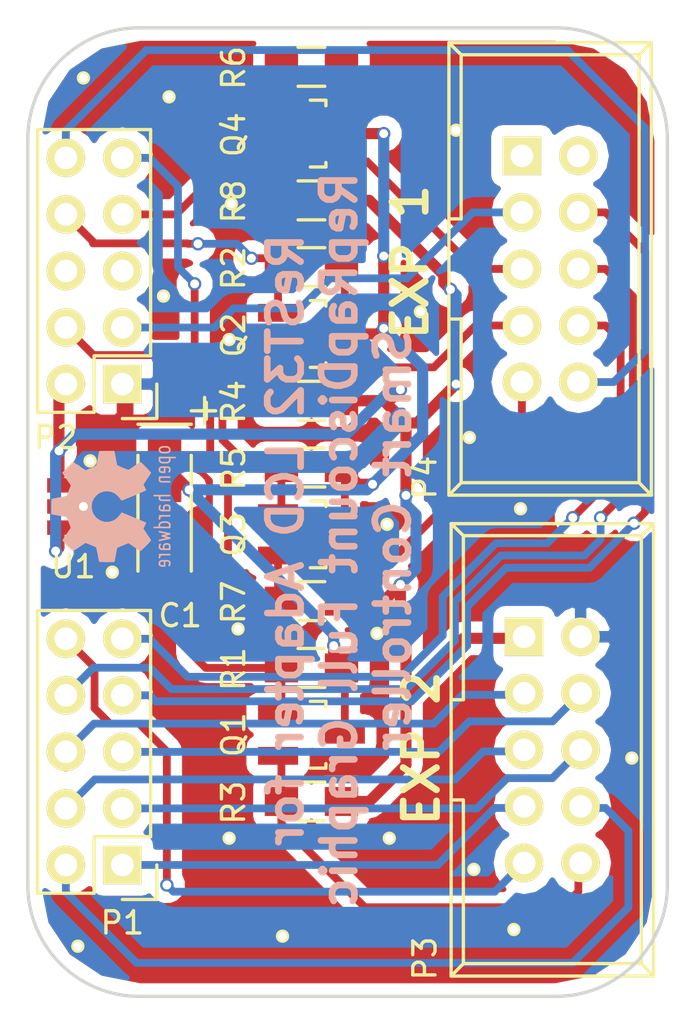
<source format=kicad_pcb>
(kicad_pcb (version 4) (host pcbnew 4.0.2-stable)

  (general
    (links 68)
    (no_connects 0)
    (area 104.5 116.525 135.750001 162.750001)
    (thickness 1.6)
    (drawings 11)
    (tracks 264)
    (zones 0)
    (modules 40)
    (nets 24)
  )

  (page A4)
  (layers
    (0 F.Cu signal)
    (31 B.Cu signal)
    (32 B.Adhes user)
    (33 F.Adhes user)
    (34 B.Paste user)
    (35 F.Paste user)
    (36 B.SilkS user)
    (37 F.SilkS user)
    (38 B.Mask user)
    (39 F.Mask user)
    (40 Dwgs.User user)
    (41 Cmts.User user)
    (42 Eco1.User user)
    (43 Eco2.User user)
    (44 Edge.Cuts user)
    (45 Margin user)
    (46 B.CrtYd user)
    (47 F.CrtYd user)
    (48 B.Fab user)
    (49 F.Fab user)
  )

  (setup
    (last_trace_width 0.35)
    (user_trace_width 0.5)
    (trace_clearance 0.2)
    (zone_clearance 0.508)
    (zone_45_only no)
    (trace_min 0.2)
    (segment_width 0.2)
    (edge_width 0.15)
    (via_size 0.6)
    (via_drill 0.4)
    (via_min_size 0.4)
    (via_min_drill 0.3)
    (uvia_size 0.3)
    (uvia_drill 0.1)
    (uvias_allowed no)
    (uvia_min_size 0.2)
    (uvia_min_drill 0.1)
    (pcb_text_width 0.3)
    (pcb_text_size 1.5 1.5)
    (mod_edge_width 0.15)
    (mod_text_size 1 1)
    (mod_text_width 0.15)
    (pad_size 0.6 0.6)
    (pad_drill 0.4)
    (pad_to_mask_clearance 0.2)
    (aux_axis_origin 0 0)
    (visible_elements 7FFEFFFF)
    (pcbplotparams
      (layerselection 0x010f0_80000001)
      (usegerberextensions true)
      (excludeedgelayer false)
      (linewidth 0.100000)
      (plotframeref false)
      (viasonmask false)
      (mode 1)
      (useauxorigin false)
      (hpglpennumber 1)
      (hpglpenspeed 20)
      (hpglpendiameter 15)
      (hpglpenoverlay 2)
      (psnegative false)
      (psa4output false)
      (plotreference true)
      (plotvalue false)
      (plotinvisibletext false)
      (padsonsilk false)
      (subtractmaskfromsilk false)
      (outputformat 1)
      (mirror false)
      (drillshape 0)
      (scaleselection 1)
      (outputdirectory ../Gerber/Rest-RRD-FGC-Adapter/))
  )

  (net 0 "")
  (net 1 GND)
  (net 2 +3V3)
  (net 3 /DISPLAY_D6)
  (net 4 /DISPLAY_D7)
  (net 5 /DISPLAY_D4)
  (net 6 /DISPLAY_D5)
  (net 7 /DISPLAY_D2)
  (net 8 /DISPLAY_D3)
  (net 9 /DISPLAY_D0)
  (net 10 /DISPLAY_D1)
  (net 11 /DISPLAY_CD)
  (net 12 /DISPLAY_CS)
  (net 13 +5V)
  (net 14 /DISPLAY_RD)
  (net 15 /DISPLAY_WR)
  (net 16 /SPI_MOSI)
  (net 17 /SPI_CS1)
  (net 18 /SPI_SCK)
  (net 19 /MISO)
  (net 20 /BEEP)
  (net 21 /SCK)
  (net 22 /CS)
  (net 23 /MOSI)

  (net_class Default "Dies ist die voreingestellte Netzklasse."
    (clearance 0.2)
    (trace_width 0.35)
    (via_dia 0.6)
    (via_drill 0.4)
    (uvia_dia 0.3)
    (uvia_drill 0.1)
    (add_net +3V3)
    (add_net +5V)
    (add_net /BEEP)
    (add_net /CS)
    (add_net /DISPLAY_CD)
    (add_net /DISPLAY_CS)
    (add_net /DISPLAY_D0)
    (add_net /DISPLAY_D1)
    (add_net /DISPLAY_D2)
    (add_net /DISPLAY_D3)
    (add_net /DISPLAY_D4)
    (add_net /DISPLAY_D5)
    (add_net /DISPLAY_D6)
    (add_net /DISPLAY_D7)
    (add_net /DISPLAY_RD)
    (add_net /DISPLAY_WR)
    (add_net /MISO)
    (add_net /MOSI)
    (add_net /SCK)
    (add_net /SPI_CS1)
    (add_net /SPI_MOSI)
    (add_net /SPI_SCK)
    (add_net GND)
  )

  (module ReST-Library:1pin (layer F.Cu) (tedit 5797ABE2) (tstamp 5797AE64)
    (at 111.85 130.05)
    (descr "module 1 pin (ou trou mecanique de percage)")
    (tags DEV)
    (zone_connect 2)
    (fp_text reference REF** (at 0 -0.9) (layer F.SilkS) hide
      (effects (font (size 1 1) (thickness 0.15)))
    )
    (fp_text value 1pin (at 0 1.2) (layer F.Fab)
      (effects (font (size 1 1) (thickness 0.15)))
    )
    (pad GND thru_hole circle (at 0 0) (size 0.6 0.6) (drill 0.4) (layers *.Cu *.Mask F.SilkS)
      (net 1 GND) (zone_connect 2))
  )

  (module ReST-Library:1pin (layer F.Cu) (tedit 5797ABE2) (tstamp 5797AE53)
    (at 114.9 125.9)
    (descr "module 1 pin (ou trou mecanique de percage)")
    (tags DEV)
    (zone_connect 2)
    (fp_text reference REF** (at 0 -0.9) (layer F.SilkS) hide
      (effects (font (size 1 1) (thickness 0.15)))
    )
    (fp_text value 1pin (at 0 1.2) (layer F.Fab)
      (effects (font (size 1 1) (thickness 0.15)))
    )
    (pad GND thru_hole circle (at 0 0) (size 0.6 0.6) (drill 0.4) (layers *.Cu *.Mask F.SilkS)
      (net 1 GND) (zone_connect 2))
  )

  (module ReST-Library:1pin (layer F.Cu) (tedit 5797ABE2) (tstamp 5797ADE0)
    (at 123.4 130.75)
    (descr "module 1 pin (ou trou mecanique de percage)")
    (tags DEV)
    (zone_connect 2)
    (fp_text reference REF** (at 0 -0.9) (layer F.SilkS) hide
      (effects (font (size 1 1) (thickness 0.15)))
    )
    (fp_text value 1pin (at 0 1) (layer F.Fab)
      (effects (font (size 1 1) (thickness 0.15)))
    )
    (pad GND thru_hole circle (at 0 0) (size 0.6 0.6) (drill 0.4) (layers *.Cu *.Mask F.SilkS)
      (net 1 GND) (zone_connect 2))
  )

  (module ReST-Library:1pin (layer F.Cu) (tedit 5797ABE2) (tstamp 5797ADD8)
    (at 121.45 145.2)
    (descr "module 1 pin (ou trou mecanique de percage)")
    (tags DEV)
    (zone_connect 2)
    (fp_text reference REF** (at 0 -0.9) (layer F.SilkS) hide
      (effects (font (size 1 1) (thickness 0.15)))
    )
    (fp_text value 1pin (at 0 1) (layer F.Fab)
      (effects (font (size 1 1) (thickness 0.15)))
    )
    (pad GND thru_hole circle (at 0 0) (size 0.6 0.6) (drill 0.4) (layers *.Cu *.Mask F.SilkS)
      (net 1 GND) (zone_connect 2))
  )

  (module ReST-Library:1pin (layer F.Cu) (tedit 5797ABE2) (tstamp 5797AD71)
    (at 109.55 142.45)
    (descr "module 1 pin (ou trou mecanique de percage)")
    (tags DEV)
    (zone_connect 2)
    (fp_text reference REF** (at 0 -0.9) (layer F.SilkS) hide
      (effects (font (size 1 1) (thickness 0.15)))
    )
    (fp_text value 1pin (at 0 1.2) (layer F.Fab)
      (effects (font (size 1 1) (thickness 0.15)))
    )
    (pad GND thru_hole circle (at 0 0) (size 0.6 0.6) (drill 0.4) (layers *.Cu *.Mask F.SilkS)
      (net 1 GND) (zone_connect 2))
  )

  (module ReST-Library:1pin (layer F.Cu) (tedit 5797ABE2) (tstamp 5797AD0B)
    (at 108.55 137.45)
    (descr "module 1 pin (ou trou mecanique de percage)")
    (tags DEV)
    (zone_connect 2)
    (fp_text reference REF** (at 0 -0.9) (layer F.SilkS) hide
      (effects (font (size 1 1) (thickness 0.15)))
    )
    (fp_text value 1pin (at 0 1.2) (layer F.Fab)
      (effects (font (size 1 1) (thickness 0.15)))
    )
    (pad GND thru_hole circle (at 0 0) (size 0.6 0.6) (drill 0.4) (layers *.Cu *.Mask F.SilkS)
      (net 1 GND) (zone_connect 2))
  )

  (module ReST-Library:1pin (layer F.Cu) (tedit 5797ABE2) (tstamp 5797ACA4)
    (at 121.9 140.3)
    (descr "module 1 pin (ou trou mecanique de percage)")
    (tags DEV)
    (zone_connect 2)
    (fp_text reference REF** (at 0 -0.9) (layer F.SilkS) hide
      (effects (font (size 1 1) (thickness 0.15)))
    )
    (fp_text value 1pin (at 0 1.2) (layer F.Fab)
      (effects (font (size 1 1) (thickness 0.15)))
    )
    (pad GND thru_hole circle (at 0 0) (size 0.6 0.6) (drill 0.4) (layers *.Cu *.Mask F.SilkS)
      (net 1 GND) (zone_connect 2))
  )

  (module ReST-Library:1pin (layer F.Cu) (tedit 5797ABE2) (tstamp 5797AC68)
    (at 115.2 145)
    (descr "module 1 pin (ou trou mecanique de percage)")
    (tags DEV)
    (zone_connect 2)
    (fp_text reference REF** (at 0 -0.9) (layer F.SilkS) hide
      (effects (font (size 1 1) (thickness 0.15)))
    )
    (fp_text value 1pin (at 0 1) (layer F.Fab)
      (effects (font (size 1 1) (thickness 0.15)))
    )
    (pad GND thru_hole circle (at 0 0) (size 0.6 0.6) (drill 0.4) (layers *.Cu *.Mask F.SilkS)
      (net 1 GND) (zone_connect 2))
  )

  (module ReST-Library:1pin (layer F.Cu) (tedit 5797ABE2) (tstamp 5797AC57)
    (at 114.8 132)
    (descr "module 1 pin (ou trou mecanique de percage)")
    (tags DEV)
    (zone_connect 2)
    (fp_text reference REF** (at 0 -0.9) (layer F.SilkS) hide
      (effects (font (size 1 1) (thickness 0.15)))
    )
    (fp_text value 1pin (at 0 1.2) (layer F.Fab)
      (effects (font (size 1 1) (thickness 0.15)))
    )
    (pad GND thru_hole circle (at 0 0) (size 0.6 0.6) (drill 0.4) (layers *.Cu *.Mask F.SilkS)
      (net 1 GND) (zone_connect 2))
  )

  (module ReST-Library:1pin (layer F.Cu) (tedit 5797ABE2) (tstamp 5797AC46)
    (at 108 159.25)
    (descr "module 1 pin (ou trou mecanique de percage)")
    (tags DEV)
    (zone_connect 2)
    (fp_text reference REF** (at 0 -0.9) (layer F.SilkS) hide
      (effects (font (size 1 1) (thickness 0.15)))
    )
    (fp_text value 1pin (at 0 1.2) (layer F.Fab)
      (effects (font (size 1 1) (thickness 0.15)))
    )
    (pad GND thru_hole circle (at 0 0) (size 0.6 0.6) (drill 0.4) (layers *.Cu *.Mask F.SilkS)
      (net 1 GND) (zone_connect 2))
  )

  (module ReST-Library:1pin (layer F.Cu) (tedit 5797ABE2) (tstamp 5797AC42)
    (at 108.25 120.25)
    (descr "module 1 pin (ou trou mecanique de percage)")
    (tags DEV)
    (zone_connect 2)
    (fp_text reference REF** (at 0 -0.9) (layer F.SilkS) hide
      (effects (font (size 1 1) (thickness 0.15)))
    )
    (fp_text value 1pin (at 0 1.2) (layer F.Fab)
      (effects (font (size 1 1) (thickness 0.15)))
    )
    (pad GND thru_hole circle (at 0 0) (size 0.6 0.6) (drill 0.4) (layers *.Cu *.Mask F.SilkS)
      (net 1 GND) (zone_connect 2))
  )

  (module ReST-Library:1pin (layer F.Cu) (tedit 5797ABE2) (tstamp 5797AC3A)
    (at 112.1 121.1)
    (descr "module 1 pin (ou trou mecanique de percage)")
    (tags DEV)
    (zone_connect 2)
    (fp_text reference REF** (at 0 -0.9) (layer F.SilkS) hide
      (effects (font (size 1 1) (thickness 0.15)))
    )
    (fp_text value 1pin (at 0 1.2) (layer F.Fab)
      (effects (font (size 1 1) (thickness 0.15)))
    )
    (pad GND thru_hole circle (at 0 0) (size 0.6 0.6) (drill 0.4) (layers *.Cu *.Mask F.SilkS)
      (net 1 GND) (zone_connect 2))
  )

  (module ReST-Library:1pin (layer F.Cu) (tedit 5797ABE2) (tstamp 5797AC36)
    (at 125 122.6)
    (descr "module 1 pin (ou trou mecanique de percage)")
    (tags DEV)
    (zone_connect 2)
    (fp_text reference REF** (at 0 -0.9) (layer F.SilkS) hide
      (effects (font (size 1 1) (thickness 0.15)))
    )
    (fp_text value 1pin (at 0 1.2) (layer F.Fab)
      (effects (font (size 1 1) (thickness 0.15)))
    )
    (pad GND thru_hole circle (at 0 0) (size 0.6 0.6) (drill 0.4) (layers *.Cu *.Mask F.SilkS)
      (net 1 GND) (zone_connect 2))
  )

  (module ReST-Library:1pin (layer F.Cu) (tedit 5797ABE2) (tstamp 5797AC2E)
    (at 125.6 136.4)
    (descr "module 1 pin (ou trou mecanique de percage)")
    (tags DEV)
    (zone_connect 2)
    (fp_text reference REF** (at 0 -0.9) (layer F.SilkS) hide
      (effects (font (size 1 1) (thickness 0.15)))
    )
    (fp_text value 1pin (at 0 1.2) (layer F.Fab)
      (effects (font (size 1 1) (thickness 0.15)))
    )
    (pad GND thru_hole circle (at 0 0) (size 0.6 0.6) (drill 0.4) (layers *.Cu *.Mask F.SilkS)
      (net 1 GND) (zone_connect 2))
  )

  (module ReST-Library:1pin (layer F.Cu) (tedit 5797ABE2) (tstamp 5797AC2A)
    (at 127.9 139.6)
    (descr "module 1 pin (ou trou mecanique de percage)")
    (tags DEV)
    (zone_connect 2)
    (fp_text reference REF** (at 0 -0.9) (layer F.SilkS) hide
      (effects (font (size 1 1) (thickness 0.15)))
    )
    (fp_text value 1pin (at 0 1.2) (layer F.Fab)
      (effects (font (size 1 1) (thickness 0.15)))
    )
    (pad GND thru_hole circle (at 0 0) (size 0.6 0.6) (drill 0.4) (layers *.Cu *.Mask F.SilkS)
      (net 1 GND) (zone_connect 2))
  )

  (module ReST-Library:1pin (layer F.Cu) (tedit 5797ABE2) (tstamp 5797AC26)
    (at 132.9 150.8)
    (descr "module 1 pin (ou trou mecanique de percage)")
    (tags DEV)
    (zone_connect 2)
    (fp_text reference REF** (at 0 -0.9) (layer F.SilkS) hide
      (effects (font (size 1 1) (thickness 0.15)))
    )
    (fp_text value 1pin (at 0 1.2) (layer F.Fab)
      (effects (font (size 1 1) (thickness 0.15)))
    )
    (pad GND thru_hole circle (at 0 0) (size 0.6 0.6) (drill 0.4) (layers *.Cu *.Mask F.SilkS)
      (net 1 GND) (zone_connect 2))
  )

  (module ReST-Library:1pin (layer F.Cu) (tedit 5797ABE2) (tstamp 5797AC1E)
    (at 127.6 158.5)
    (descr "module 1 pin (ou trou mecanique de percage)")
    (tags DEV)
    (zone_connect 2)
    (fp_text reference REF** (at 0 -0.9) (layer F.SilkS) hide
      (effects (font (size 1 1) (thickness 0.15)))
    )
    (fp_text value 1pin (at 0 1.2) (layer F.Fab)
      (effects (font (size 1 1) (thickness 0.15)))
    )
    (pad GND thru_hole circle (at 0 0) (size 0.6 0.6) (drill 0.4) (layers *.Cu *.Mask F.SilkS)
      (net 1 GND) (zone_connect 2))
  )

  (module ReST-Library:1pin (layer F.Cu) (tedit 5797ABE2) (tstamp 5797AC1A)
    (at 125.8 155.8)
    (descr "module 1 pin (ou trou mecanique de percage)")
    (tags DEV)
    (zone_connect 2)
    (fp_text reference REF** (at 0 -0.9) (layer F.SilkS) hide
      (effects (font (size 1 1) (thickness 0.15)))
    )
    (fp_text value 1pin (at 0 1.2) (layer F.Fab)
      (effects (font (size 1 1) (thickness 0.15)))
    )
    (pad GND thru_hole circle (at 0 0) (size 0.6 0.6) (drill 0.4) (layers *.Cu *.Mask F.SilkS)
      (net 1 GND) (zone_connect 2))
  )

  (module ReST-Library:1pin (layer F.Cu) (tedit 5797ABE2) (tstamp 5797AC16)
    (at 122 154.4)
    (descr "module 1 pin (ou trou mecanique de percage)")
    (tags DEV)
    (zone_connect 2)
    (fp_text reference REF** (at 0 -0.9) (layer F.SilkS) hide
      (effects (font (size 1 1) (thickness 0.15)))
    )
    (fp_text value 1pin (at 0 1.2) (layer F.Fab)
      (effects (font (size 1 1) (thickness 0.15)))
    )
    (pad GND thru_hole circle (at 0 0) (size 0.6 0.6) (drill 0.4) (layers *.Cu *.Mask F.SilkS)
      (net 1 GND) (zone_connect 2))
  )

  (module ReST-Library:1pin (layer F.Cu) (tedit 5797ABE2) (tstamp 5797AC12)
    (at 114.8 154.4)
    (descr "module 1 pin (ou trou mecanique de percage)")
    (tags DEV)
    (zone_connect 2)
    (fp_text reference REF** (at 0 -0.9) (layer F.SilkS) hide
      (effects (font (size 1 1) (thickness 0.15)))
    )
    (fp_text value 1pin (at 0 1.2) (layer F.Fab)
      (effects (font (size 1 1) (thickness 0.15)))
    )
    (pad GND thru_hole circle (at 0 0) (size 0.6 0.6) (drill 0.4) (layers *.Cu *.Mask F.SilkS)
      (net 1 GND) (zone_connect 2))
  )

  (module Connect:IDC_Header_Straight_10pins (layer F.Cu) (tedit 0) (tstamp 57979FD6)
    (at 127.96 123.75 270)
    (descr "10 pins through hole IDC header")
    (tags "IDC header socket VASCH")
    (path /57978C30)
    (fp_text reference P4 (at 14.45 4.36 270) (layer F.SilkS)
      (effects (font (size 1 1) (thickness 0.15)))
    )
    (fp_text value CONN_02X05 (at 5.08 5.223 270) (layer F.Fab)
      (effects (font (size 1 1) (thickness 0.15)))
    )
    (fp_line (start -5.08 -5.82) (end 15.24 -5.82) (layer F.SilkS) (width 0.15))
    (fp_line (start -4.54 -5.27) (end 14.68 -5.27) (layer F.SilkS) (width 0.15))
    (fp_line (start -5.08 3.28) (end 15.24 3.28) (layer F.SilkS) (width 0.15))
    (fp_line (start -4.54 2.73) (end 2.83 2.73) (layer F.SilkS) (width 0.15))
    (fp_line (start 7.33 2.73) (end 14.68 2.73) (layer F.SilkS) (width 0.15))
    (fp_line (start 2.83 2.73) (end 2.83 3.28) (layer F.SilkS) (width 0.15))
    (fp_line (start 7.33 2.73) (end 7.33 3.28) (layer F.SilkS) (width 0.15))
    (fp_line (start -5.08 -5.82) (end -5.08 3.28) (layer F.SilkS) (width 0.15))
    (fp_line (start -4.54 -5.27) (end -4.54 2.73) (layer F.SilkS) (width 0.15))
    (fp_line (start 15.24 -5.82) (end 15.24 3.28) (layer F.SilkS) (width 0.15))
    (fp_line (start 14.68 -5.27) (end 14.68 2.73) (layer F.SilkS) (width 0.15))
    (fp_line (start -5.08 -5.82) (end -4.54 -5.27) (layer F.SilkS) (width 0.15))
    (fp_line (start 15.24 -5.82) (end 14.68 -5.27) (layer F.SilkS) (width 0.15))
    (fp_line (start -5.08 3.28) (end -4.54 2.73) (layer F.SilkS) (width 0.15))
    (fp_line (start 15.24 3.28) (end 14.68 2.73) (layer F.SilkS) (width 0.15))
    (fp_line (start -5.35 -6.05) (end 15.5 -6.05) (layer F.CrtYd) (width 0.05))
    (fp_line (start 15.5 -6.05) (end 15.5 3.55) (layer F.CrtYd) (width 0.05))
    (fp_line (start 15.5 3.55) (end -5.35 3.55) (layer F.CrtYd) (width 0.05))
    (fp_line (start -5.35 3.55) (end -5.35 -6.05) (layer F.CrtYd) (width 0.05))
    (pad 1 thru_hole rect (at 0 0 270) (size 1.7272 1.7272) (drill 1.016) (layers *.Cu *.Mask F.SilkS))
    (pad 2 thru_hole oval (at 0 -2.54 270) (size 1.7272 1.7272) (drill 1.016) (layers *.Cu *.Mask F.SilkS))
    (pad 3 thru_hole oval (at 2.54 0 270) (size 1.7272 1.7272) (drill 1.016) (layers *.Cu *.Mask F.SilkS)
      (net 14 /DISPLAY_RD))
    (pad 4 thru_hole oval (at 2.54 -2.54 270) (size 1.7272 1.7272) (drill 1.016) (layers *.Cu *.Mask F.SilkS)
      (net 6 /DISPLAY_D5))
    (pad 5 thru_hole oval (at 5.08 0 270) (size 1.7272 1.7272) (drill 1.016) (layers *.Cu *.Mask F.SilkS)
      (net 23 /MOSI))
    (pad 6 thru_hole oval (at 5.08 -2.54 270) (size 1.7272 1.7272) (drill 1.016) (layers *.Cu *.Mask F.SilkS)
      (net 5 /DISPLAY_D4))
    (pad 7 thru_hole oval (at 7.62 0 270) (size 1.7272 1.7272) (drill 1.016) (layers *.Cu *.Mask F.SilkS)
      (net 22 /CS))
    (pad 8 thru_hole oval (at 7.62 -2.54 270) (size 1.7272 1.7272) (drill 1.016) (layers *.Cu *.Mask F.SilkS)
      (net 4 /DISPLAY_D7))
    (pad 9 thru_hole oval (at 10.16 0 270) (size 1.7272 1.7272) (drill 1.016) (layers *.Cu *.Mask F.SilkS)
      (net 21 /SCK))
    (pad 10 thru_hole oval (at 10.16 -2.54 270) (size 1.7272 1.7272) (drill 1.016) (layers *.Cu *.Mask F.SilkS)
      (net 19 /MISO))
  )

  (module Capacitors_Tantalum_SMD:TantalC_SizeA_EIA-3216_HandSoldering (layer F.Cu) (tedit 0) (tstamp 57979F52)
    (at 111.9 139.80102 270)
    (descr "Tantal Cap. , Size A, EIA-3216, Hand Soldering,")
    (tags "Tantal Cap. , Size A, EIA-3216, Hand Soldering,")
    (path /57979C70)
    (attr smd)
    (fp_text reference C1 (at 4.59898 -0.7 360) (layer F.SilkS)
      (effects (font (size 1 1) (thickness 0.15)))
    )
    (fp_text value 2.2uF (at -0.09906 3.0988 270) (layer F.Fab)
      (effects (font (size 1 1) (thickness 0.15)))
    )
    (fp_text user + (at -4.59994 -1.80086 270) (layer F.SilkS)
      (effects (font (size 1 1) (thickness 0.15)))
    )
    (fp_line (start -2.60096 1.19888) (end 2.60096 1.19888) (layer F.SilkS) (width 0.15))
    (fp_line (start 2.60096 -1.19888) (end -2.60096 -1.19888) (layer F.SilkS) (width 0.15))
    (fp_line (start -4.59994 -2.2987) (end -4.59994 -1.19888) (layer F.SilkS) (width 0.15))
    (fp_line (start -5.19938 -1.79832) (end -4.0005 -1.79832) (layer F.SilkS) (width 0.15))
    (fp_line (start -3.99542 -1.19888) (end -3.99542 1.19888) (layer F.SilkS) (width 0.15))
    (pad 2 smd rect (at 1.99898 0 270) (size 2.99974 1.50114) (layers F.Cu F.Paste F.Mask)
      (net 1 GND))
    (pad 1 smd rect (at -1.99898 0 270) (size 2.99974 1.50114) (layers F.Cu F.Paste F.Mask)
      (net 2 +3V3))
    (model Capacitors_Tantalum_SMD.3dshapes/TantalC_SizeA_EIA-3216_HandSoldering.wrl
      (at (xyz 0 0 0))
      (scale (xyz 1 1 1))
      (rotate (xyz 0 0 180))
    )
  )

  (module Connect:IDC_Header_Straight_10pins (layer F.Cu) (tedit 0) (tstamp 57979FB5)
    (at 128.06 145.35 270)
    (descr "10 pins through hole IDC header")
    (tags "IDC header socket VASCH")
    (path /57978C01)
    (fp_text reference P3 (at 14.45 4.46 270) (layer F.SilkS)
      (effects (font (size 1 1) (thickness 0.15)))
    )
    (fp_text value CONN_02X05 (at 5.08 5.223 270) (layer F.Fab)
      (effects (font (size 1 1) (thickness 0.15)))
    )
    (fp_line (start -5.08 -5.82) (end 15.24 -5.82) (layer F.SilkS) (width 0.15))
    (fp_line (start -4.54 -5.27) (end 14.68 -5.27) (layer F.SilkS) (width 0.15))
    (fp_line (start -5.08 3.28) (end 15.24 3.28) (layer F.SilkS) (width 0.15))
    (fp_line (start -4.54 2.73) (end 2.83 2.73) (layer F.SilkS) (width 0.15))
    (fp_line (start 7.33 2.73) (end 14.68 2.73) (layer F.SilkS) (width 0.15))
    (fp_line (start 2.83 2.73) (end 2.83 3.28) (layer F.SilkS) (width 0.15))
    (fp_line (start 7.33 2.73) (end 7.33 3.28) (layer F.SilkS) (width 0.15))
    (fp_line (start -5.08 -5.82) (end -5.08 3.28) (layer F.SilkS) (width 0.15))
    (fp_line (start -4.54 -5.27) (end -4.54 2.73) (layer F.SilkS) (width 0.15))
    (fp_line (start 15.24 -5.82) (end 15.24 3.28) (layer F.SilkS) (width 0.15))
    (fp_line (start 14.68 -5.27) (end 14.68 2.73) (layer F.SilkS) (width 0.15))
    (fp_line (start -5.08 -5.82) (end -4.54 -5.27) (layer F.SilkS) (width 0.15))
    (fp_line (start 15.24 -5.82) (end 14.68 -5.27) (layer F.SilkS) (width 0.15))
    (fp_line (start -5.08 3.28) (end -4.54 2.73) (layer F.SilkS) (width 0.15))
    (fp_line (start 15.24 3.28) (end 14.68 2.73) (layer F.SilkS) (width 0.15))
    (fp_line (start -5.35 -6.05) (end 15.5 -6.05) (layer F.CrtYd) (width 0.05))
    (fp_line (start 15.5 -6.05) (end 15.5 3.55) (layer F.CrtYd) (width 0.05))
    (fp_line (start 15.5 3.55) (end -5.35 3.55) (layer F.CrtYd) (width 0.05))
    (fp_line (start -5.35 3.55) (end -5.35 -6.05) (layer F.CrtYd) (width 0.05))
    (pad 1 thru_hole rect (at 0 0 270) (size 1.7272 1.7272) (drill 1.016) (layers *.Cu *.Mask F.SilkS)
      (net 13 +5V))
    (pad 2 thru_hole oval (at 0 -2.54 270) (size 1.7272 1.7272) (drill 1.016) (layers *.Cu *.Mask F.SilkS)
      (net 1 GND))
    (pad 3 thru_hole oval (at 2.54 0 270) (size 1.7272 1.7272) (drill 1.016) (layers *.Cu *.Mask F.SilkS)
      (net 7 /DISPLAY_D2))
    (pad 4 thru_hole oval (at 2.54 -2.54 270) (size 1.7272 1.7272) (drill 1.016) (layers *.Cu *.Mask F.SilkS)
      (net 8 /DISPLAY_D3))
    (pad 5 thru_hole oval (at 5.08 0 270) (size 1.7272 1.7272) (drill 1.016) (layers *.Cu *.Mask F.SilkS)
      (net 9 /DISPLAY_D0))
    (pad 6 thru_hole oval (at 5.08 -2.54 270) (size 1.7272 1.7272) (drill 1.016) (layers *.Cu *.Mask F.SilkS)
      (net 10 /DISPLAY_D1))
    (pad 7 thru_hole oval (at 7.62 0 270) (size 1.7272 1.7272) (drill 1.016) (layers *.Cu *.Mask F.SilkS)
      (net 12 /DISPLAY_CS))
    (pad 8 thru_hole oval (at 7.62 -2.54 270) (size 1.7272 1.7272) (drill 1.016) (layers *.Cu *.Mask F.SilkS)
      (net 11 /DISPLAY_CD))
    (pad 9 thru_hole oval (at 10.16 0 270) (size 1.7272 1.7272) (drill 1.016) (layers *.Cu *.Mask F.SilkS)
      (net 3 /DISPLAY_D6))
    (pad 10 thru_hole oval (at 10.16 -2.54 270) (size 1.7272 1.7272) (drill 1.016) (layers *.Cu *.Mask F.SilkS)
      (net 20 /BEEP))
  )

  (module TO_SOT_Packages_SMD:SOT-23_Handsoldering (layer F.Cu) (tedit 54E9291B) (tstamp 57979FE1)
    (at 118.5 149.75 270)
    (descr "SOT-23, Handsoldering")
    (tags SOT-23)
    (path /5797CB30)
    (attr smd)
    (fp_text reference Q1 (at 0 3.5 270) (layer F.SilkS)
      (effects (font (size 1 1) (thickness 0.15)))
    )
    (fp_text value BSS138 (at 0 3.81 270) (layer F.Fab)
      (effects (font (size 1 1) (thickness 0.15)))
    )
    (fp_line (start -1.49982 0.0508) (end -1.49982 -0.65024) (layer F.SilkS) (width 0.15))
    (fp_line (start -1.49982 -0.65024) (end -1.2509 -0.65024) (layer F.SilkS) (width 0.15))
    (fp_line (start 1.29916 -0.65024) (end 1.49982 -0.65024) (layer F.SilkS) (width 0.15))
    (fp_line (start 1.49982 -0.65024) (end 1.49982 0.0508) (layer F.SilkS) (width 0.15))
    (pad 1 smd rect (at -0.95 1.50114 270) (size 0.8001 1.80086) (layers F.Cu F.Paste F.Mask)
      (net 15 /DISPLAY_WR))
    (pad 2 smd rect (at 0.95 1.50114 270) (size 0.8001 1.80086) (layers F.Cu F.Paste F.Mask)
      (net 20 /BEEP))
    (pad 3 smd rect (at 0 -1.50114 270) (size 0.8001 1.80086) (layers F.Cu F.Paste F.Mask)
      (net 2 +3V3))
    (model TO_SOT_Packages_SMD.3dshapes/SOT-23_Handsoldering.wrl
      (at (xyz 0 0 0))
      (scale (xyz 1 1 1))
      (rotate (xyz 0 0 0))
    )
  )

  (module TO_SOT_Packages_SMD:SOT-23_Handsoldering (layer F.Cu) (tedit 54E9291B) (tstamp 57979FEC)
    (at 118.5 131.75 270)
    (descr "SOT-23, Handsoldering")
    (tags SOT-23)
    (path /5797BCA1)
    (attr smd)
    (fp_text reference Q2 (at 0.05 3.5 270) (layer F.SilkS)
      (effects (font (size 1 1) (thickness 0.15)))
    )
    (fp_text value BSS138 (at 0 3.81 270) (layer F.Fab)
      (effects (font (size 1 1) (thickness 0.15)))
    )
    (fp_line (start -1.49982 0.0508) (end -1.49982 -0.65024) (layer F.SilkS) (width 0.15))
    (fp_line (start -1.49982 -0.65024) (end -1.2509 -0.65024) (layer F.SilkS) (width 0.15))
    (fp_line (start 1.29916 -0.65024) (end 1.49982 -0.65024) (layer F.SilkS) (width 0.15))
    (fp_line (start 1.49982 -0.65024) (end 1.49982 0.0508) (layer F.SilkS) (width 0.15))
    (pad 1 smd rect (at -0.95 1.50114 270) (size 0.8001 1.80086) (layers F.Cu F.Paste F.Mask)
      (net 17 /SPI_CS1))
    (pad 2 smd rect (at 0.95 1.50114 270) (size 0.8001 1.80086) (layers F.Cu F.Paste F.Mask)
      (net 22 /CS))
    (pad 3 smd rect (at 0 -1.50114 270) (size 0.8001 1.80086) (layers F.Cu F.Paste F.Mask)
      (net 2 +3V3))
    (model TO_SOT_Packages_SMD.3dshapes/SOT-23_Handsoldering.wrl
      (at (xyz 0 0 0))
      (scale (xyz 1 1 1))
      (rotate (xyz 0 0 0))
    )
  )

  (module TO_SOT_Packages_SMD:SOT-23_Handsoldering (layer F.Cu) (tedit 54E9291B) (tstamp 57979FF7)
    (at 118.5 140.75 270)
    (descr "SOT-23, Handsoldering")
    (tags SOT-23)
    (path /5797A41B)
    (attr smd)
    (fp_text reference Q3 (at 0 3.5 270) (layer F.SilkS)
      (effects (font (size 1 1) (thickness 0.15)))
    )
    (fp_text value BSS138 (at 0 3.81 270) (layer F.Fab)
      (effects (font (size 1 1) (thickness 0.15)))
    )
    (fp_line (start -1.49982 0.0508) (end -1.49982 -0.65024) (layer F.SilkS) (width 0.15))
    (fp_line (start -1.49982 -0.65024) (end -1.2509 -0.65024) (layer F.SilkS) (width 0.15))
    (fp_line (start 1.29916 -0.65024) (end 1.49982 -0.65024) (layer F.SilkS) (width 0.15))
    (fp_line (start 1.49982 -0.65024) (end 1.49982 0.0508) (layer F.SilkS) (width 0.15))
    (pad 1 smd rect (at -0.95 1.50114 270) (size 0.8001 1.80086) (layers F.Cu F.Paste F.Mask)
      (net 18 /SPI_SCK))
    (pad 2 smd rect (at 0.95 1.50114 270) (size 0.8001 1.80086) (layers F.Cu F.Paste F.Mask)
      (net 21 /SCK))
    (pad 3 smd rect (at 0 -1.50114 270) (size 0.8001 1.80086) (layers F.Cu F.Paste F.Mask)
      (net 2 +3V3))
    (model TO_SOT_Packages_SMD.3dshapes/SOT-23_Handsoldering.wrl
      (at (xyz 0 0 0))
      (scale (xyz 1 1 1))
      (rotate (xyz 0 0 0))
    )
  )

  (module TO_SOT_Packages_SMD:SOT-23_Handsoldering (layer F.Cu) (tedit 54E9291B) (tstamp 5797A002)
    (at 118.5 122.75 270)
    (descr "SOT-23, Handsoldering")
    (tags SOT-23)
    (path /5797B737)
    (attr smd)
    (fp_text reference Q4 (at 0.05 3.5 270) (layer F.SilkS)
      (effects (font (size 1 1) (thickness 0.15)))
    )
    (fp_text value BSS138 (at 0 3.81 270) (layer F.Fab)
      (effects (font (size 1 1) (thickness 0.15)))
    )
    (fp_line (start -1.49982 0.0508) (end -1.49982 -0.65024) (layer F.SilkS) (width 0.15))
    (fp_line (start -1.49982 -0.65024) (end -1.2509 -0.65024) (layer F.SilkS) (width 0.15))
    (fp_line (start 1.29916 -0.65024) (end 1.49982 -0.65024) (layer F.SilkS) (width 0.15))
    (fp_line (start 1.49982 -0.65024) (end 1.49982 0.0508) (layer F.SilkS) (width 0.15))
    (pad 1 smd rect (at -0.95 1.50114 270) (size 0.8001 1.80086) (layers F.Cu F.Paste F.Mask)
      (net 16 /SPI_MOSI))
    (pad 2 smd rect (at 0.95 1.50114 270) (size 0.8001 1.80086) (layers F.Cu F.Paste F.Mask)
      (net 23 /MOSI))
    (pad 3 smd rect (at 0 -1.50114 270) (size 0.8001 1.80086) (layers F.Cu F.Paste F.Mask)
      (net 2 +3V3))
    (model TO_SOT_Packages_SMD.3dshapes/SOT-23_Handsoldering.wrl
      (at (xyz 0 0 0))
      (scale (xyz 1 1 1))
      (rotate (xyz 0 0 0))
    )
  )

  (module Resistors_SMD:R_0805_HandSoldering (layer F.Cu) (tedit 54189DEE) (tstamp 5797A00E)
    (at 118.5 146.75 180)
    (descr "Resistor SMD 0805, hand soldering")
    (tags "resistor 0805")
    (path /5797CB36)
    (attr smd)
    (fp_text reference R1 (at 3.5 -0.05 270) (layer F.SilkS)
      (effects (font (size 1 1) (thickness 0.15)))
    )
    (fp_text value 10K (at 0 2.1 180) (layer F.Fab)
      (effects (font (size 1 1) (thickness 0.15)))
    )
    (fp_line (start -2.4 -1) (end 2.4 -1) (layer F.CrtYd) (width 0.05))
    (fp_line (start -2.4 1) (end 2.4 1) (layer F.CrtYd) (width 0.05))
    (fp_line (start -2.4 -1) (end -2.4 1) (layer F.CrtYd) (width 0.05))
    (fp_line (start 2.4 -1) (end 2.4 1) (layer F.CrtYd) (width 0.05))
    (fp_line (start 0.6 0.875) (end -0.6 0.875) (layer F.SilkS) (width 0.15))
    (fp_line (start -0.6 -0.875) (end 0.6 -0.875) (layer F.SilkS) (width 0.15))
    (pad 1 smd rect (at -1.35 0 180) (size 1.5 1.3) (layers F.Cu F.Paste F.Mask)
      (net 2 +3V3))
    (pad 2 smd rect (at 1.35 0 180) (size 1.5 1.3) (layers F.Cu F.Paste F.Mask)
      (net 15 /DISPLAY_WR))
    (model Resistors_SMD.3dshapes/R_0805_HandSoldering.wrl
      (at (xyz 0 0 0))
      (scale (xyz 1 1 1))
      (rotate (xyz 0 0 0))
    )
  )

  (module Resistors_SMD:R_0805_HandSoldering (layer F.Cu) (tedit 54189DEE) (tstamp 5797A01A)
    (at 118.5 128.75 180)
    (descr "Resistor SMD 0805, hand soldering")
    (tags "resistor 0805")
    (path /5797BCA7)
    (attr smd)
    (fp_text reference R2 (at 3.5 -0.05 270) (layer F.SilkS)
      (effects (font (size 1 1) (thickness 0.15)))
    )
    (fp_text value 10K (at 0 2.1 180) (layer F.Fab)
      (effects (font (size 1 1) (thickness 0.15)))
    )
    (fp_line (start -2.4 -1) (end 2.4 -1) (layer F.CrtYd) (width 0.05))
    (fp_line (start -2.4 1) (end 2.4 1) (layer F.CrtYd) (width 0.05))
    (fp_line (start -2.4 -1) (end -2.4 1) (layer F.CrtYd) (width 0.05))
    (fp_line (start 2.4 -1) (end 2.4 1) (layer F.CrtYd) (width 0.05))
    (fp_line (start 0.6 0.875) (end -0.6 0.875) (layer F.SilkS) (width 0.15))
    (fp_line (start -0.6 -0.875) (end 0.6 -0.875) (layer F.SilkS) (width 0.15))
    (pad 1 smd rect (at -1.35 0 180) (size 1.5 1.3) (layers F.Cu F.Paste F.Mask)
      (net 2 +3V3))
    (pad 2 smd rect (at 1.35 0 180) (size 1.5 1.3) (layers F.Cu F.Paste F.Mask)
      (net 17 /SPI_CS1))
    (model Resistors_SMD.3dshapes/R_0805_HandSoldering.wrl
      (at (xyz 0 0 0))
      (scale (xyz 1 1 1))
      (rotate (xyz 0 0 0))
    )
  )

  (module Resistors_SMD:R_0805_HandSoldering (layer F.Cu) (tedit 54189DEE) (tstamp 5797A026)
    (at 118.5 152.75 180)
    (descr "Resistor SMD 0805, hand soldering")
    (tags "resistor 0805")
    (path /5797CB3C)
    (attr smd)
    (fp_text reference R3 (at 3.5 -0.05 270) (layer F.SilkS)
      (effects (font (size 1 1) (thickness 0.15)))
    )
    (fp_text value 10K (at 0 2.1 180) (layer F.Fab)
      (effects (font (size 1 1) (thickness 0.15)))
    )
    (fp_line (start -2.4 -1) (end 2.4 -1) (layer F.CrtYd) (width 0.05))
    (fp_line (start -2.4 1) (end 2.4 1) (layer F.CrtYd) (width 0.05))
    (fp_line (start -2.4 -1) (end -2.4 1) (layer F.CrtYd) (width 0.05))
    (fp_line (start 2.4 -1) (end 2.4 1) (layer F.CrtYd) (width 0.05))
    (fp_line (start 0.6 0.875) (end -0.6 0.875) (layer F.SilkS) (width 0.15))
    (fp_line (start -0.6 -0.875) (end 0.6 -0.875) (layer F.SilkS) (width 0.15))
    (pad 1 smd rect (at -1.35 0 180) (size 1.5 1.3) (layers F.Cu F.Paste F.Mask)
      (net 13 +5V))
    (pad 2 smd rect (at 1.35 0 180) (size 1.5 1.3) (layers F.Cu F.Paste F.Mask)
      (net 20 /BEEP))
    (model Resistors_SMD.3dshapes/R_0805_HandSoldering.wrl
      (at (xyz 0 0 0))
      (scale (xyz 1 1 1))
      (rotate (xyz 0 0 0))
    )
  )

  (module Resistors_SMD:R_0805_HandSoldering (layer F.Cu) (tedit 54189DEE) (tstamp 5797A032)
    (at 118.5 134.75 180)
    (descr "Resistor SMD 0805, hand soldering")
    (tags "resistor 0805")
    (path /5797BCAD)
    (attr smd)
    (fp_text reference R4 (at 3.5 -0.05 270) (layer F.SilkS)
      (effects (font (size 1 1) (thickness 0.15)))
    )
    (fp_text value 10K (at 0 2.1 180) (layer F.Fab)
      (effects (font (size 1 1) (thickness 0.15)))
    )
    (fp_line (start -2.4 -1) (end 2.4 -1) (layer F.CrtYd) (width 0.05))
    (fp_line (start -2.4 1) (end 2.4 1) (layer F.CrtYd) (width 0.05))
    (fp_line (start -2.4 -1) (end -2.4 1) (layer F.CrtYd) (width 0.05))
    (fp_line (start 2.4 -1) (end 2.4 1) (layer F.CrtYd) (width 0.05))
    (fp_line (start 0.6 0.875) (end -0.6 0.875) (layer F.SilkS) (width 0.15))
    (fp_line (start -0.6 -0.875) (end 0.6 -0.875) (layer F.SilkS) (width 0.15))
    (pad 1 smd rect (at -1.35 0 180) (size 1.5 1.3) (layers F.Cu F.Paste F.Mask)
      (net 13 +5V))
    (pad 2 smd rect (at 1.35 0 180) (size 1.5 1.3) (layers F.Cu F.Paste F.Mask)
      (net 22 /CS))
    (model Resistors_SMD.3dshapes/R_0805_HandSoldering.wrl
      (at (xyz 0 0 0))
      (scale (xyz 1 1 1))
      (rotate (xyz 0 0 0))
    )
  )

  (module Resistors_SMD:R_0805_HandSoldering (layer F.Cu) (tedit 54189DEE) (tstamp 5797A03E)
    (at 118.5 137.75 180)
    (descr "Resistor SMD 0805, hand soldering")
    (tags "resistor 0805")
    (path /5797A52B)
    (attr smd)
    (fp_text reference R5 (at 3.5 -0.05 270) (layer F.SilkS)
      (effects (font (size 1 1) (thickness 0.15)))
    )
    (fp_text value 10K (at 0 2.1 180) (layer F.Fab)
      (effects (font (size 1 1) (thickness 0.15)))
    )
    (fp_line (start -2.4 -1) (end 2.4 -1) (layer F.CrtYd) (width 0.05))
    (fp_line (start -2.4 1) (end 2.4 1) (layer F.CrtYd) (width 0.05))
    (fp_line (start -2.4 -1) (end -2.4 1) (layer F.CrtYd) (width 0.05))
    (fp_line (start 2.4 -1) (end 2.4 1) (layer F.CrtYd) (width 0.05))
    (fp_line (start 0.6 0.875) (end -0.6 0.875) (layer F.SilkS) (width 0.15))
    (fp_line (start -0.6 -0.875) (end 0.6 -0.875) (layer F.SilkS) (width 0.15))
    (pad 1 smd rect (at -1.35 0 180) (size 1.5 1.3) (layers F.Cu F.Paste F.Mask)
      (net 2 +3V3))
    (pad 2 smd rect (at 1.35 0 180) (size 1.5 1.3) (layers F.Cu F.Paste F.Mask)
      (net 18 /SPI_SCK))
    (model Resistors_SMD.3dshapes/R_0805_HandSoldering.wrl
      (at (xyz 0 0 0))
      (scale (xyz 1 1 1))
      (rotate (xyz 0 0 0))
    )
  )

  (module Resistors_SMD:R_0805_HandSoldering (layer F.Cu) (tedit 54189DEE) (tstamp 5797A04A)
    (at 118.5 119.75 180)
    (descr "Resistor SMD 0805, hand soldering")
    (tags "resistor 0805")
    (path /5797B73D)
    (attr smd)
    (fp_text reference R6 (at 3.5 -0.05 270) (layer F.SilkS)
      (effects (font (size 1 1) (thickness 0.15)))
    )
    (fp_text value 10K (at 0 2.1 180) (layer F.Fab)
      (effects (font (size 1 1) (thickness 0.15)))
    )
    (fp_line (start -2.4 -1) (end 2.4 -1) (layer F.CrtYd) (width 0.05))
    (fp_line (start -2.4 1) (end 2.4 1) (layer F.CrtYd) (width 0.05))
    (fp_line (start -2.4 -1) (end -2.4 1) (layer F.CrtYd) (width 0.05))
    (fp_line (start 2.4 -1) (end 2.4 1) (layer F.CrtYd) (width 0.05))
    (fp_line (start 0.6 0.875) (end -0.6 0.875) (layer F.SilkS) (width 0.15))
    (fp_line (start -0.6 -0.875) (end 0.6 -0.875) (layer F.SilkS) (width 0.15))
    (pad 1 smd rect (at -1.35 0 180) (size 1.5 1.3) (layers F.Cu F.Paste F.Mask)
      (net 2 +3V3))
    (pad 2 smd rect (at 1.35 0 180) (size 1.5 1.3) (layers F.Cu F.Paste F.Mask)
      (net 16 /SPI_MOSI))
    (model Resistors_SMD.3dshapes/R_0805_HandSoldering.wrl
      (at (xyz 0 0 0))
      (scale (xyz 1 1 1))
      (rotate (xyz 0 0 0))
    )
  )

  (module Resistors_SMD:R_0805_HandSoldering (layer F.Cu) (tedit 54189DEE) (tstamp 5797A056)
    (at 118.5 143.75 180)
    (descr "Resistor SMD 0805, hand soldering")
    (tags "resistor 0805")
    (path /5797A902)
    (attr smd)
    (fp_text reference R7 (at 3.5 -0.05 270) (layer F.SilkS)
      (effects (font (size 1 1) (thickness 0.15)))
    )
    (fp_text value 10K (at 0 2.1 180) (layer F.Fab)
      (effects (font (size 1 1) (thickness 0.15)))
    )
    (fp_line (start -2.4 -1) (end 2.4 -1) (layer F.CrtYd) (width 0.05))
    (fp_line (start -2.4 1) (end 2.4 1) (layer F.CrtYd) (width 0.05))
    (fp_line (start -2.4 -1) (end -2.4 1) (layer F.CrtYd) (width 0.05))
    (fp_line (start 2.4 -1) (end 2.4 1) (layer F.CrtYd) (width 0.05))
    (fp_line (start 0.6 0.875) (end -0.6 0.875) (layer F.SilkS) (width 0.15))
    (fp_line (start -0.6 -0.875) (end 0.6 -0.875) (layer F.SilkS) (width 0.15))
    (pad 1 smd rect (at -1.35 0 180) (size 1.5 1.3) (layers F.Cu F.Paste F.Mask)
      (net 13 +5V))
    (pad 2 smd rect (at 1.35 0 180) (size 1.5 1.3) (layers F.Cu F.Paste F.Mask)
      (net 21 /SCK))
    (model Resistors_SMD.3dshapes/R_0805_HandSoldering.wrl
      (at (xyz 0 0 0))
      (scale (xyz 1 1 1))
      (rotate (xyz 0 0 0))
    )
  )

  (module Resistors_SMD:R_0805_HandSoldering (layer F.Cu) (tedit 54189DEE) (tstamp 5797A062)
    (at 118.5 125.75 180)
    (descr "Resistor SMD 0805, hand soldering")
    (tags "resistor 0805")
    (path /5797B743)
    (attr smd)
    (fp_text reference R8 (at 3.5 -0.05 270) (layer F.SilkS)
      (effects (font (size 1 1) (thickness 0.15)))
    )
    (fp_text value 10K (at 0 2.1 180) (layer F.Fab)
      (effects (font (size 1 1) (thickness 0.15)))
    )
    (fp_line (start -2.4 -1) (end 2.4 -1) (layer F.CrtYd) (width 0.05))
    (fp_line (start -2.4 1) (end 2.4 1) (layer F.CrtYd) (width 0.05))
    (fp_line (start -2.4 -1) (end -2.4 1) (layer F.CrtYd) (width 0.05))
    (fp_line (start 2.4 -1) (end 2.4 1) (layer F.CrtYd) (width 0.05))
    (fp_line (start 0.6 0.875) (end -0.6 0.875) (layer F.SilkS) (width 0.15))
    (fp_line (start -0.6 -0.875) (end 0.6 -0.875) (layer F.SilkS) (width 0.15))
    (pad 1 smd rect (at -1.35 0 180) (size 1.5 1.3) (layers F.Cu F.Paste F.Mask)
      (net 13 +5V))
    (pad 2 smd rect (at 1.35 0 180) (size 1.5 1.3) (layers F.Cu F.Paste F.Mask)
      (net 23 /MOSI))
    (model Resistors_SMD.3dshapes/R_0805_HandSoldering.wrl
      (at (xyz 0 0 0))
      (scale (xyz 1 1 1))
      (rotate (xyz 0 0 0))
    )
  )

  (module TO_SOT_Packages_SMD:SOT-23-5 (layer F.Cu) (tedit 55360473) (tstamp 5797A074)
    (at 108.25 139.5)
    (descr "5-pin SOT23 package")
    (tags SOT-23-5)
    (path /57979C04)
    (attr smd)
    (fp_text reference U1 (at -0.45 2.7) (layer F.SilkS)
      (effects (font (size 1 1) (thickness 0.15)))
    )
    (fp_text value MIC5205 (at -0.05 2.35) (layer F.Fab)
      (effects (font (size 1 1) (thickness 0.15)))
    )
    (fp_line (start -1.8 -1.6) (end 1.8 -1.6) (layer F.CrtYd) (width 0.05))
    (fp_line (start 1.8 -1.6) (end 1.8 1.6) (layer F.CrtYd) (width 0.05))
    (fp_line (start 1.8 1.6) (end -1.8 1.6) (layer F.CrtYd) (width 0.05))
    (fp_line (start -1.8 1.6) (end -1.8 -1.6) (layer F.CrtYd) (width 0.05))
    (fp_circle (center -0.3 -1.7) (end -0.2 -1.7) (layer F.SilkS) (width 0.15))
    (fp_line (start 0.25 -1.45) (end -0.25 -1.45) (layer F.SilkS) (width 0.15))
    (fp_line (start 0.25 1.45) (end 0.25 -1.45) (layer F.SilkS) (width 0.15))
    (fp_line (start -0.25 1.45) (end 0.25 1.45) (layer F.SilkS) (width 0.15))
    (fp_line (start -0.25 -1.45) (end -0.25 1.45) (layer F.SilkS) (width 0.15))
    (pad 1 smd rect (at -1.1 -0.95) (size 1.06 0.65) (layers F.Cu F.Paste F.Mask)
      (net 13 +5V))
    (pad 2 smd rect (at -1.1 0) (size 1.06 0.65) (layers F.Cu F.Paste F.Mask)
      (net 1 GND))
    (pad 3 smd rect (at -1.1 0.95) (size 1.06 0.65) (layers F.Cu F.Paste F.Mask)
      (net 13 +5V))
    (pad 4 smd rect (at 1.1 0.95) (size 1.06 0.65) (layers F.Cu F.Paste F.Mask))
    (pad 5 smd rect (at 1.1 -0.95) (size 1.06 0.65) (layers F.Cu F.Paste F.Mask)
      (net 2 +3V3))
    (model TO_SOT_Packages_SMD.3dshapes/SOT-23-5.wrl
      (at (xyz 0 0 0))
      (scale (xyz 1 1 1))
      (rotate (xyz 0 0 0))
    )
  )

  (module Pin_Headers:Pin_Header_Straight_2x05 (layer F.Cu) (tedit 0) (tstamp 5797A2A1)
    (at 110 155.6 180)
    (descr "Through hole pin header")
    (tags "pin header")
    (path /57978BC7)
    (fp_text reference P1 (at 0 -2.6 180) (layer F.SilkS)
      (effects (font (size 1 1) (thickness 0.15)))
    )
    (fp_text value CONN_02X05 (at 0 -3.1 180) (layer F.Fab)
      (effects (font (size 1 1) (thickness 0.15)))
    )
    (fp_line (start -1.75 -1.75) (end -1.75 11.95) (layer F.CrtYd) (width 0.05))
    (fp_line (start 4.3 -1.75) (end 4.3 11.95) (layer F.CrtYd) (width 0.05))
    (fp_line (start -1.75 -1.75) (end 4.3 -1.75) (layer F.CrtYd) (width 0.05))
    (fp_line (start -1.75 11.95) (end 4.3 11.95) (layer F.CrtYd) (width 0.05))
    (fp_line (start 3.81 -1.27) (end 3.81 11.43) (layer F.SilkS) (width 0.15))
    (fp_line (start 3.81 11.43) (end -1.27 11.43) (layer F.SilkS) (width 0.15))
    (fp_line (start -1.27 11.43) (end -1.27 1.27) (layer F.SilkS) (width 0.15))
    (fp_line (start 3.81 -1.27) (end 1.27 -1.27) (layer F.SilkS) (width 0.15))
    (fp_line (start 0 -1.55) (end -1.55 -1.55) (layer F.SilkS) (width 0.15))
    (fp_line (start 1.27 -1.27) (end 1.27 1.27) (layer F.SilkS) (width 0.15))
    (fp_line (start 1.27 1.27) (end -1.27 1.27) (layer F.SilkS) (width 0.15))
    (fp_line (start -1.55 -1.55) (end -1.55 0) (layer F.SilkS) (width 0.15))
    (pad 1 thru_hole rect (at 0 0 180) (size 1.7272 1.7272) (drill 1.016) (layers *.Cu *.Mask F.SilkS)
      (net 12 /DISPLAY_CS))
    (pad 2 thru_hole oval (at 2.54 0 180) (size 1.7272 1.7272) (drill 1.016) (layers *.Cu *.Mask F.SilkS)
      (net 11 /DISPLAY_CD))
    (pad 3 thru_hole oval (at 0 2.54 180) (size 1.7272 1.7272) (drill 1.016) (layers *.Cu *.Mask F.SilkS)
      (net 10 /DISPLAY_D1))
    (pad 4 thru_hole oval (at 2.54 2.54 180) (size 1.7272 1.7272) (drill 1.016) (layers *.Cu *.Mask F.SilkS)
      (net 9 /DISPLAY_D0))
    (pad 5 thru_hole oval (at 0 5.08 180) (size 1.7272 1.7272) (drill 1.016) (layers *.Cu *.Mask F.SilkS)
      (net 8 /DISPLAY_D3))
    (pad 6 thru_hole oval (at 2.54 5.08 180) (size 1.7272 1.7272) (drill 1.016) (layers *.Cu *.Mask F.SilkS)
      (net 7 /DISPLAY_D2))
    (pad 7 thru_hole oval (at 0 7.62 180) (size 1.7272 1.7272) (drill 1.016) (layers *.Cu *.Mask F.SilkS)
      (net 6 /DISPLAY_D5))
    (pad 8 thru_hole oval (at 2.54 7.62 180) (size 1.7272 1.7272) (drill 1.016) (layers *.Cu *.Mask F.SilkS)
      (net 5 /DISPLAY_D4))
    (pad 9 thru_hole oval (at 0 10.16 180) (size 1.7272 1.7272) (drill 1.016) (layers *.Cu *.Mask F.SilkS)
      (net 4 /DISPLAY_D7))
    (pad 10 thru_hole oval (at 2.54 10.16 180) (size 1.7272 1.7272) (drill 1.016) (layers *.Cu *.Mask F.SilkS)
      (net 3 /DISPLAY_D6))
    (model Pin_Headers.3dshapes/Pin_Header_Straight_2x05.wrl
      (at (xyz 0.05 -0.2 0))
      (scale (xyz 1 1 1))
      (rotate (xyz 0 0 90))
    )
  )

  (module Pin_Headers:Pin_Header_Straight_2x05 (layer F.Cu) (tedit 0) (tstamp 5797A2BA)
    (at 110 134 180)
    (descr "Through hole pin header")
    (tags "pin header")
    (path /57978B91)
    (fp_text reference P2 (at 3 -2.4 180) (layer F.SilkS)
      (effects (font (size 1 1) (thickness 0.15)))
    )
    (fp_text value CONN_02X05 (at 0 -3.1 180) (layer F.Fab)
      (effects (font (size 1 1) (thickness 0.15)))
    )
    (fp_line (start -1.75 -1.75) (end -1.75 11.95) (layer F.CrtYd) (width 0.05))
    (fp_line (start 4.3 -1.75) (end 4.3 11.95) (layer F.CrtYd) (width 0.05))
    (fp_line (start -1.75 -1.75) (end 4.3 -1.75) (layer F.CrtYd) (width 0.05))
    (fp_line (start -1.75 11.95) (end 4.3 11.95) (layer F.CrtYd) (width 0.05))
    (fp_line (start 3.81 -1.27) (end 3.81 11.43) (layer F.SilkS) (width 0.15))
    (fp_line (start 3.81 11.43) (end -1.27 11.43) (layer F.SilkS) (width 0.15))
    (fp_line (start -1.27 11.43) (end -1.27 1.27) (layer F.SilkS) (width 0.15))
    (fp_line (start 3.81 -1.27) (end 1.27 -1.27) (layer F.SilkS) (width 0.15))
    (fp_line (start 0 -1.55) (end -1.55 -1.55) (layer F.SilkS) (width 0.15))
    (fp_line (start 1.27 -1.27) (end 1.27 1.27) (layer F.SilkS) (width 0.15))
    (fp_line (start 1.27 1.27) (end -1.27 1.27) (layer F.SilkS) (width 0.15))
    (fp_line (start -1.55 -1.55) (end -1.55 0) (layer F.SilkS) (width 0.15))
    (pad 1 thru_hole rect (at 0 0 180) (size 1.7272 1.7272) (drill 1.016) (layers *.Cu *.Mask F.SilkS)
      (net 1 GND))
    (pad 2 thru_hole oval (at 2.54 0 180) (size 1.7272 1.7272) (drill 1.016) (layers *.Cu *.Mask F.SilkS)
      (net 13 +5V))
    (pad 3 thru_hole oval (at 0 2.54 180) (size 1.7272 1.7272) (drill 1.016) (layers *.Cu *.Mask F.SilkS)
      (net 14 /DISPLAY_RD))
    (pad 4 thru_hole oval (at 2.54 2.54 180) (size 1.7272 1.7272) (drill 1.016) (layers *.Cu *.Mask F.SilkS)
      (net 15 /DISPLAY_WR))
    (pad 5 thru_hole oval (at 0 5.08 180) (size 1.7272 1.7272) (drill 1.016) (layers *.Cu *.Mask F.SilkS))
    (pad 6 thru_hole oval (at 2.54 5.08 180) (size 1.7272 1.7272) (drill 1.016) (layers *.Cu *.Mask F.SilkS))
    (pad 7 thru_hole oval (at 0 7.62 180) (size 1.7272 1.7272) (drill 1.016) (layers *.Cu *.Mask F.SilkS)
      (net 16 /SPI_MOSI))
    (pad 8 thru_hole oval (at 2.54 7.62 180) (size 1.7272 1.7272) (drill 1.016) (layers *.Cu *.Mask F.SilkS)
      (net 17 /SPI_CS1))
    (pad 9 thru_hole oval (at 0 10.16 180) (size 1.7272 1.7272) (drill 1.016) (layers *.Cu *.Mask F.SilkS)
      (net 18 /SPI_SCK))
    (pad 10 thru_hole oval (at 2.54 10.16 180) (size 1.7272 1.7272) (drill 1.016) (layers *.Cu *.Mask F.SilkS)
      (net 19 /MISO))
    (model Pin_Headers.3dshapes/Pin_Header_Straight_2x05.wrl
      (at (xyz 0.05 -0.2 0))
      (scale (xyz 1 1 1))
      (rotate (xyz 0 0 90))
    )
  )

  (module ReST-Library:1pin (layer F.Cu) (tedit 5797ABE2) (tstamp 5797ABD3)
    (at 117.2 158.8)
    (descr "module 1 pin (ou trou mecanique de percage)")
    (tags DEV)
    (zone_connect 2)
    (fp_text reference REF** (at 0 -0.9) (layer F.SilkS) hide
      (effects (font (size 1 1) (thickness 0.15)))
    )
    (fp_text value 1pin (at 0 1.2) (layer F.Fab)
      (effects (font (size 1 1) (thickness 0.15)))
    )
    (pad GND thru_hole circle (at 0 0) (size 0.6 0.6) (drill 0.4) (layers *.Cu *.Mask F.SilkS)
      (net 1 GND) (zone_connect 2))
  )

  (module ReST-Library:Logo_silk_OSHW_6x6mm (layer B.Cu) (tedit 0) (tstamp 5797B253)
    (at 109.05 139.5 270)
    (descr "Open Hardware Logo, 6x6mm")
    (fp_text reference G*** (at 0 0 270) (layer B.SilkS) hide
      (effects (font (size 0.22606 0.22606) (thickness 0.04318)) (justify mirror))
    )
    (fp_text value LOGO (at 0 -0.3 270) (layer B.SilkS) hide
      (effects (font (size 0.22606 0.22606) (thickness 0.04318)) (justify mirror))
    )
    (fp_line (start 2.16 -2.62) (end 2.16 -3.08) (layer B.SilkS) (width 0.075))
    (fp_line (start 2.25 -2.62) (end 2.3 -2.62) (layer B.SilkS) (width 0.075))
    (fp_line (start 2.2 -2.65) (end 2.25 -2.62) (layer B.SilkS) (width 0.075))
    (fp_line (start 2.18 -2.67) (end 2.2 -2.65) (layer B.SilkS) (width 0.075))
    (fp_line (start 2.16 -2.74) (end 2.18 -2.67) (layer B.SilkS) (width 0.075))
    (fp_line (start 2.6 -3.08) (end 2.65 -3.05) (layer B.SilkS) (width 0.075))
    (fp_line (start 2.5 -3.08) (end 2.6 -3.08) (layer B.SilkS) (width 0.075))
    (fp_line (start 2.46 -3.05) (end 2.5 -3.08) (layer B.SilkS) (width 0.075))
    (fp_line (start 2.44 -2.98) (end 2.46 -3.05) (layer B.SilkS) (width 0.075))
    (fp_line (start 2.44 -2.71) (end 2.44 -2.98) (layer B.SilkS) (width 0.075))
    (fp_line (start 2.47 -2.65) (end 2.44 -2.71) (layer B.SilkS) (width 0.075))
    (fp_line (start 2.51 -2.62) (end 2.47 -2.65) (layer B.SilkS) (width 0.075))
    (fp_line (start 2.61 -2.62) (end 2.51 -2.62) (layer B.SilkS) (width 0.075))
    (fp_line (start 2.65 -2.66) (end 2.61 -2.62) (layer B.SilkS) (width 0.075))
    (fp_line (start 2.67 -2.73) (end 2.65 -2.66) (layer B.SilkS) (width 0.075))
    (fp_line (start 2.67 -2.85) (end 2.67 -2.73) (layer B.SilkS) (width 0.075))
    (fp_line (start 2.67 -2.85) (end 2.44 -2.85) (layer B.SilkS) (width 0.075))
    (fp_line (start 1.92 -2.71) (end 1.92 -3.08) (layer B.SilkS) (width 0.075))
    (fp_line (start 1.89 -2.65) (end 1.92 -2.71) (layer B.SilkS) (width 0.075))
    (fp_line (start 1.85 -2.62) (end 1.89 -2.65) (layer B.SilkS) (width 0.075))
    (fp_line (start 1.75 -2.62) (end 1.85 -2.62) (layer B.SilkS) (width 0.075))
    (fp_line (start 1.7 -2.65) (end 1.75 -2.62) (layer B.SilkS) (width 0.075))
    (fp_line (start 1.76 -2.81) (end 1.71 -2.84) (layer B.SilkS) (width 0.075))
    (fp_line (start 1.88 -2.81) (end 1.76 -2.81) (layer B.SilkS) (width 0.075))
    (fp_line (start 1.92 -2.78) (end 1.88 -2.81) (layer B.SilkS) (width 0.075))
    (fp_line (start 1.87 -3.08) (end 1.92 -3.04) (layer B.SilkS) (width 0.075))
    (fp_line (start 1.75 -3.08) (end 1.87 -3.08) (layer B.SilkS) (width 0.075))
    (fp_line (start 1.7 -3.04) (end 1.75 -3.08) (layer B.SilkS) (width 0.075))
    (fp_line (start 1.68 -2.98) (end 1.7 -3.04) (layer B.SilkS) (width 0.075))
    (fp_line (start 1.68 -2.91) (end 1.68 -2.98) (layer B.SilkS) (width 0.075))
    (fp_line (start 1.71 -2.84) (end 1.68 -2.91) (layer B.SilkS) (width 0.075))
    (fp_line (start 1.13 -2.62) (end 1.23 -3.08) (layer B.SilkS) (width 0.075))
    (fp_line (start 1.23 -3.08) (end 1.32 -2.74) (layer B.SilkS) (width 0.075))
    (fp_line (start 1.32 -2.74) (end 1.42 -3.08) (layer B.SilkS) (width 0.075))
    (fp_line (start 1.42 -3.08) (end 1.52 -2.62) (layer B.SilkS) (width 0.075))
    (fp_line (start 0.94 -3.05) (end 0.9 -3.08) (layer B.SilkS) (width 0.075))
    (fp_line (start 0.9 -3.08) (end 0.79 -3.08) (layer B.SilkS) (width 0.075))
    (fp_line (start 0.79 -3.08) (end 0.75 -3.05) (layer B.SilkS) (width 0.075))
    (fp_line (start 0.75 -3.05) (end 0.73 -3.02) (layer B.SilkS) (width 0.075))
    (fp_line (start 0.73 -3.02) (end 0.7 -2.95) (layer B.SilkS) (width 0.075))
    (fp_line (start 0.7 -2.95) (end 0.7 -2.75) (layer B.SilkS) (width 0.075))
    (fp_line (start 0.7 -2.75) (end 0.73 -2.68) (layer B.SilkS) (width 0.075))
    (fp_line (start 0.73 -2.68) (end 0.75 -2.65) (layer B.SilkS) (width 0.075))
    (fp_line (start 0.75 -2.65) (end 0.81 -2.61) (layer B.SilkS) (width 0.075))
    (fp_line (start 0.81 -2.61) (end 0.88 -2.61) (layer B.SilkS) (width 0.075))
    (fp_line (start 0.88 -2.61) (end 0.94 -2.65) (layer B.SilkS) (width 0.075))
    (fp_line (start 0.94 -2.38) (end 0.94 -3.08) (layer B.SilkS) (width 0.075))
    (fp_line (start 0.42 -2.74) (end 0.44 -2.67) (layer B.SilkS) (width 0.075))
    (fp_line (start 0.44 -2.67) (end 0.46 -2.65) (layer B.SilkS) (width 0.075))
    (fp_line (start 0.46 -2.65) (end 0.51 -2.62) (layer B.SilkS) (width 0.075))
    (fp_line (start 0.51 -2.62) (end 0.56 -2.62) (layer B.SilkS) (width 0.075))
    (fp_line (start 0.42 -2.62) (end 0.42 -3.08) (layer B.SilkS) (width 0.075))
    (fp_line (start -0.03 -2.84) (end -0.06 -2.91) (layer B.SilkS) (width 0.075))
    (fp_line (start -0.06 -2.91) (end -0.06 -2.98) (layer B.SilkS) (width 0.075))
    (fp_line (start -0.06 -2.98) (end -0.04 -3.04) (layer B.SilkS) (width 0.075))
    (fp_line (start -0.04 -3.04) (end 0.01 -3.08) (layer B.SilkS) (width 0.075))
    (fp_line (start 0.01 -3.08) (end 0.13 -3.08) (layer B.SilkS) (width 0.075))
    (fp_line (start 0.13 -3.08) (end 0.18 -3.04) (layer B.SilkS) (width 0.075))
    (fp_line (start 0.18 -2.78) (end 0.14 -2.81) (layer B.SilkS) (width 0.075))
    (fp_line (start 0.14 -2.81) (end 0.02 -2.81) (layer B.SilkS) (width 0.075))
    (fp_line (start 0.02 -2.81) (end -0.03 -2.84) (layer B.SilkS) (width 0.075))
    (fp_line (start -0.04 -2.65) (end 0.01 -2.62) (layer B.SilkS) (width 0.075))
    (fp_line (start 0.01 -2.62) (end 0.11 -2.62) (layer B.SilkS) (width 0.075))
    (fp_line (start 0.11 -2.62) (end 0.15 -2.65) (layer B.SilkS) (width 0.075))
    (fp_line (start 0.15 -2.65) (end 0.18 -2.71) (layer B.SilkS) (width 0.075))
    (fp_line (start 0.18 -2.71) (end 0.18 -3.08) (layer B.SilkS) (width 0.075))
    (fp_line (start -0.49 -2.69) (end -0.47 -2.65) (layer B.SilkS) (width 0.075))
    (fp_line (start -0.47 -2.65) (end -0.42 -2.62) (layer B.SilkS) (width 0.075))
    (fp_line (start -0.42 -2.62) (end -0.34 -2.62) (layer B.SilkS) (width 0.075))
    (fp_line (start -0.34 -2.62) (end -0.3 -2.65) (layer B.SilkS) (width 0.075))
    (fp_line (start -0.3 -2.65) (end -0.28 -2.71) (layer B.SilkS) (width 0.075))
    (fp_line (start -0.28 -2.71) (end -0.28 -3.08) (layer B.SilkS) (width 0.075))
    (fp_line (start -0.49 -2.38) (end -0.49 -3.08) (layer B.SilkS) (width 0.075))
    (fp_line (start -1.54 -2.85) (end -1.77 -2.85) (layer B.SilkS) (width 0.075))
    (fp_line (start -1.32 -2.68) (end -1.3 -2.65) (layer B.SilkS) (width 0.075))
    (fp_line (start -1.3 -2.65) (end -1.26 -2.62) (layer B.SilkS) (width 0.075))
    (fp_line (start -1.26 -2.62) (end -1.17 -2.62) (layer B.SilkS) (width 0.075))
    (fp_line (start -1.17 -2.62) (end -1.13 -2.65) (layer B.SilkS) (width 0.075))
    (fp_line (start -1.13 -2.65) (end -1.11 -2.71) (layer B.SilkS) (width 0.075))
    (fp_line (start -1.11 -2.71) (end -1.11 -3.08) (layer B.SilkS) (width 0.075))
    (fp_line (start -1.32 -2.62) (end -1.32 -3.08) (layer B.SilkS) (width 0.075))
    (fp_line (start -1.54 -2.85) (end -1.54 -2.73) (layer B.SilkS) (width 0.075))
    (fp_line (start -1.54 -2.73) (end -1.56 -2.66) (layer B.SilkS) (width 0.075))
    (fp_line (start -1.56 -2.66) (end -1.6 -2.62) (layer B.SilkS) (width 0.075))
    (fp_line (start -1.6 -2.62) (end -1.7 -2.62) (layer B.SilkS) (width 0.075))
    (fp_line (start -1.7 -2.62) (end -1.74 -2.65) (layer B.SilkS) (width 0.075))
    (fp_line (start -1.74 -2.65) (end -1.77 -2.71) (layer B.SilkS) (width 0.075))
    (fp_line (start -1.77 -2.71) (end -1.77 -2.98) (layer B.SilkS) (width 0.075))
    (fp_line (start -1.77 -2.98) (end -1.75 -3.05) (layer B.SilkS) (width 0.075))
    (fp_line (start -1.75 -3.05) (end -1.71 -3.08) (layer B.SilkS) (width 0.075))
    (fp_line (start -1.71 -3.08) (end -1.61 -3.08) (layer B.SilkS) (width 0.075))
    (fp_line (start -1.61 -3.08) (end -1.56 -3.05) (layer B.SilkS) (width 0.075))
    (fp_line (start -2.2 -2.65) (end -2.16 -2.62) (layer B.SilkS) (width 0.075))
    (fp_line (start -2.16 -2.62) (end -2.06 -2.62) (layer B.SilkS) (width 0.075))
    (fp_line (start -2.06 -2.62) (end -2.02 -2.65) (layer B.SilkS) (width 0.075))
    (fp_line (start -2.02 -2.65) (end -1.99 -2.68) (layer B.SilkS) (width 0.075))
    (fp_line (start -1.99 -2.68) (end -1.97 -2.74) (layer B.SilkS) (width 0.075))
    (fp_line (start -1.97 -2.74) (end -1.97 -2.96) (layer B.SilkS) (width 0.075))
    (fp_line (start -1.97 -2.96) (end -1.99 -3.02) (layer B.SilkS) (width 0.075))
    (fp_line (start -1.99 -3.02) (end -2.01 -3.05) (layer B.SilkS) (width 0.075))
    (fp_line (start -2.01 -3.05) (end -2.05 -3.08) (layer B.SilkS) (width 0.075))
    (fp_line (start -2.05 -3.08) (end -2.15 -3.08) (layer B.SilkS) (width 0.075))
    (fp_line (start -2.15 -3.08) (end -2.2 -3.05) (layer B.SilkS) (width 0.075))
    (fp_line (start -2.2 -3.32) (end -2.2 -2.62) (layer B.SilkS) (width 0.075))
    (fp_line (start -2.51 -2.62) (end -2.59 -2.62) (layer B.SilkS) (width 0.075))
    (fp_line (start -2.59 -2.62) (end -2.63 -2.65) (layer B.SilkS) (width 0.075))
    (fp_line (start -2.63 -2.65) (end -2.65 -2.68) (layer B.SilkS) (width 0.075))
    (fp_line (start -2.65 -2.68) (end -2.68 -2.75) (layer B.SilkS) (width 0.075))
    (fp_line (start -2.59 -3.08) (end -2.51 -3.08) (layer B.SilkS) (width 0.075))
    (fp_line (start -2.51 -3.08) (end -2.46 -3.05) (layer B.SilkS) (width 0.075))
    (fp_line (start -2.46 -3.05) (end -2.44 -3.02) (layer B.SilkS) (width 0.075))
    (fp_line (start -2.44 -3.02) (end -2.42 -2.95) (layer B.SilkS) (width 0.075))
    (fp_line (start -2.42 -2.95) (end -2.42 -2.75) (layer B.SilkS) (width 0.075))
    (fp_line (start -2.42 -2.75) (end -2.44 -2.69) (layer B.SilkS) (width 0.075))
    (fp_line (start -2.44 -2.69) (end -2.46 -2.66) (layer B.SilkS) (width 0.075))
    (fp_line (start -2.46 -2.66) (end -2.51 -2.62) (layer B.SilkS) (width 0.075))
    (fp_line (start -2.68 -2.75) (end -2.68 -2.95) (layer B.SilkS) (width 0.075))
    (fp_line (start -2.68 -2.95) (end -2.66 -3.01) (layer B.SilkS) (width 0.075))
    (fp_line (start -2.66 -3.01) (end -2.64 -3.04) (layer B.SilkS) (width 0.075))
    (fp_line (start -2.64 -3.04) (end -2.59 -3.08) (layer B.SilkS) (width 0.075))
    (fp_poly (pts (xy -1.51384 -2.24536) (xy -1.48844 -2.23012) (xy -1.43002 -2.19456) (xy -1.3462 -2.13868)
      (xy -1.24714 -2.07264) (xy -1.14808 -2.0066) (xy -1.0668 -1.95326) (xy -1.01092 -1.91516)
      (xy -0.98552 -1.90246) (xy -0.97282 -1.90754) (xy -0.9271 -1.9304) (xy -0.85852 -1.96596)
      (xy -0.81788 -1.98628) (xy -0.75692 -2.01168) (xy -0.7239 -2.0193) (xy -0.71882 -2.00914)
      (xy -0.69596 -1.96088) (xy -0.6604 -1.8796) (xy -0.61468 -1.77038) (xy -0.5588 -1.64338)
      (xy -0.50292 -1.50876) (xy -0.4445 -1.36906) (xy -0.38862 -1.23444) (xy -0.34036 -1.11506)
      (xy -0.29972 -1.01854) (xy -0.27432 -0.94996) (xy -0.26416 -0.92202) (xy -0.2667 -0.9144)
      (xy -0.29972 -0.88392) (xy -0.35306 -0.84328) (xy -0.47244 -0.74676) (xy -0.58928 -0.60198)
      (xy -0.6604 -0.43688) (xy -0.68326 -0.25146) (xy -0.66294 -0.08128) (xy -0.5969 0.08128)
      (xy -0.4826 0.2286) (xy -0.3429 0.33782) (xy -0.18034 0.4064) (xy 0 0.42926)
      (xy 0.17272 0.40894) (xy 0.34036 0.3429) (xy 0.48768 0.23114) (xy 0.55118 0.16002)
      (xy 0.63754 0.01016) (xy 0.6858 -0.14732) (xy 0.69088 -0.18796) (xy 0.68326 -0.36322)
      (xy 0.63246 -0.5334) (xy 0.53848 -0.68326) (xy 0.40894 -0.80772) (xy 0.3937 -0.81788)
      (xy 0.33528 -0.8636) (xy 0.29464 -0.89408) (xy 0.26416 -0.91948) (xy 0.48768 -1.45796)
      (xy 0.52324 -1.54178) (xy 0.5842 -1.6891) (xy 0.63754 -1.8161) (xy 0.68072 -1.9177)
      (xy 0.7112 -1.98374) (xy 0.7239 -2.01168) (xy 0.7239 -2.01422) (xy 0.74422 -2.01676)
      (xy 0.78486 -2.00152) (xy 0.86106 -1.96596) (xy 0.90932 -1.94056) (xy 0.96774 -1.91262)
      (xy 0.99314 -1.90246) (xy 1.016 -1.91516) (xy 1.06934 -1.95072) (xy 1.15062 -2.00406)
      (xy 1.24714 -2.06756) (xy 1.33858 -2.13106) (xy 1.4224 -2.18694) (xy 1.48336 -2.22504)
      (xy 1.51384 -2.24282) (xy 1.51892 -2.24282) (xy 1.54432 -2.22758) (xy 1.59258 -2.18694)
      (xy 1.66624 -2.11836) (xy 1.77038 -2.01422) (xy 1.78562 -1.99898) (xy 1.87198 -1.91262)
      (xy 1.94056 -1.83896) (xy 1.98628 -1.78816) (xy 2.00406 -1.7653) (xy 2.00406 -1.7653)
      (xy 1.98882 -1.73482) (xy 1.95072 -1.67386) (xy 1.89484 -1.5875) (xy 1.82626 -1.48844)
      (xy 1.64846 -1.22936) (xy 1.74498 -0.98552) (xy 1.77546 -0.90932) (xy 1.81356 -0.82042)
      (xy 1.8415 -0.75438) (xy 1.85674 -0.72644) (xy 1.88214 -0.71628) (xy 1.95072 -0.70104)
      (xy 2.04724 -0.68072) (xy 2.16154 -0.6604) (xy 2.2733 -0.64008) (xy 2.37236 -0.61976)
      (xy 2.44348 -0.60706) (xy 2.4765 -0.59944) (xy 2.48412 -0.59436) (xy 2.49174 -0.57912)
      (xy 2.49428 -0.5461) (xy 2.49682 -0.48514) (xy 2.49936 -0.39116) (xy 2.49936 -0.25146)
      (xy 2.49936 -0.23622) (xy 2.49682 -0.10668) (xy 2.49428 0) (xy 2.49174 0.06604)
      (xy 2.48666 0.09398) (xy 2.48666 0.09398) (xy 2.45618 0.1016) (xy 2.38506 0.11684)
      (xy 2.286 0.13462) (xy 2.16662 0.15748) (xy 2.159 0.16002) (xy 2.04216 0.18288)
      (xy 1.9431 0.2032) (xy 1.87198 0.21844) (xy 1.84404 0.2286) (xy 1.83642 0.23622)
      (xy 1.81356 0.28194) (xy 1.78054 0.3556) (xy 1.7399 0.4445) (xy 1.7018 0.53848)
      (xy 1.66878 0.6223) (xy 1.64592 0.68326) (xy 1.6383 0.7112) (xy 1.64084 0.71374)
      (xy 1.65862 0.74168) (xy 1.69926 0.80264) (xy 1.75514 0.88646) (xy 1.82372 0.98806)
      (xy 1.8288 0.99568) (xy 1.89738 1.09474) (xy 1.95326 1.1811) (xy 1.98882 1.23952)
      (xy 2.00406 1.26746) (xy 2.00406 1.27) (xy 1.9812 1.30048) (xy 1.9304 1.35636)
      (xy 1.85674 1.43256) (xy 1.77038 1.52146) (xy 1.74244 1.54686) (xy 1.64338 1.64338)
      (xy 1.57734 1.70434) (xy 1.53416 1.73736) (xy 1.51384 1.74498) (xy 1.51384 1.74498)
      (xy 1.48336 1.7272) (xy 1.41986 1.68656) (xy 1.33604 1.62814) (xy 1.23444 1.55956)
      (xy 1.22682 1.55448) (xy 1.12776 1.4859) (xy 1.04394 1.43002) (xy 0.98552 1.38938)
      (xy 0.95758 1.37414) (xy 0.95504 1.37414) (xy 0.9144 1.38684) (xy 0.84328 1.41224)
      (xy 0.75438 1.44526) (xy 0.66294 1.48336) (xy 0.57912 1.51892) (xy 0.51562 1.54686)
      (xy 0.48514 1.56464) (xy 0.48514 1.56464) (xy 0.47498 1.6002) (xy 0.4572 1.6764)
      (xy 0.43688 1.778) (xy 0.41148 1.89992) (xy 0.40894 1.92024) (xy 0.38608 2.03962)
      (xy 0.3683 2.13868) (xy 0.35306 2.20726) (xy 0.34544 2.2352) (xy 0.3302 2.23774)
      (xy 0.27178 2.24282) (xy 0.18288 2.24536) (xy 0.07366 2.24536) (xy -0.0381 2.24536)
      (xy -0.14732 2.24282) (xy -0.2413 2.24028) (xy -0.30988 2.2352) (xy -0.33782 2.23012)
      (xy -0.33782 2.22758) (xy -0.34798 2.18948) (xy -0.36576 2.11582) (xy -0.38608 2.01168)
      (xy -0.40894 1.88976) (xy -0.41402 1.8669) (xy -0.43688 1.75006) (xy -0.4572 1.651)
      (xy -0.4699 1.58496) (xy -0.47752 1.55702) (xy -0.49022 1.55194) (xy -0.53848 1.53162)
      (xy -0.61722 1.4986) (xy -0.71628 1.45796) (xy -0.94488 1.36652) (xy -1.22682 1.55702)
      (xy -1.25222 1.5748) (xy -1.35382 1.64338) (xy -1.4351 1.69926) (xy -1.49352 1.73736)
      (xy -1.51638 1.75006) (xy -1.51892 1.75006) (xy -1.54686 1.72466) (xy -1.60274 1.67132)
      (xy -1.67894 1.59766) (xy -1.76784 1.5113) (xy -1.83134 1.44526) (xy -1.91008 1.36652)
      (xy -1.95834 1.31318) (xy -1.98628 1.28016) (xy -1.9939 1.25984) (xy -1.99136 1.2446)
      (xy -1.97358 1.21666) (xy -1.93294 1.1557) (xy -1.87452 1.06934) (xy -1.80594 0.97028)
      (xy -1.75006 0.88646) (xy -1.6891 0.79248) (xy -1.651 0.72644) (xy -1.63576 0.69342)
      (xy -1.64084 0.68072) (xy -1.65862 0.62484) (xy -1.69418 0.54102) (xy -1.73482 0.44196)
      (xy -1.83388 0.22098) (xy -1.97866 0.19304) (xy -2.06756 0.17526) (xy -2.18948 0.1524)
      (xy -2.30886 0.12954) (xy -2.49174 0.09398) (xy -2.49936 -0.58166) (xy -2.47142 -0.59436)
      (xy -2.44348 -0.60198) (xy -2.3749 -0.61722) (xy -2.27838 -0.63754) (xy -2.16154 -0.65786)
      (xy -2.06502 -0.67564) (xy -1.96596 -0.69596) (xy -1.89484 -0.70866) (xy -1.86436 -0.71628)
      (xy -1.8542 -0.72644) (xy -1.83134 -0.7747) (xy -1.79578 -0.8509) (xy -1.75514 -0.94234)
      (xy -1.71704 -1.03632) (xy -1.68148 -1.12522) (xy -1.65862 -1.19126) (xy -1.64846 -1.22428)
      (xy -1.66116 -1.25222) (xy -1.69926 -1.31064) (xy -1.7526 -1.39192) (xy -1.82118 -1.49098)
      (xy -1.88722 -1.5875) (xy -1.94564 -1.67132) (xy -1.98374 -1.73228) (xy -2.00152 -1.76022)
      (xy -1.99136 -1.778) (xy -1.95326 -1.82626) (xy -1.8796 -1.90246) (xy -1.76784 -2.01168)
      (xy -1.75006 -2.02946) (xy -1.6637 -2.11328) (xy -1.59004 -2.18186) (xy -1.5367 -2.22758)
      (xy -1.51384 -2.24536)) (layer B.SilkS) (width 0.00254))
  )

  (gr_text "EXP 2" (at 123.444 150.368 90) (layer F.SilkS) (tstamp 5797CFCD)
    (effects (font (size 1.5 1.5) (thickness 0.3)))
  )
  (gr_text "EXP 1" (at 122.936 128.524 90) (layer F.SilkS)
    (effects (font (size 1.5 1.5) (thickness 0.3)))
  )
  (gr_text "ReST32 LCD Adapter for\nRepRapDiscount Full Graphic\nSmart Controller" (at 119.75 141 90) (layer B.SilkS)
    (effects (font (size 1.5 1.5) (thickness 0.3)) (justify mirror))
  )
  (gr_line (start 134.5 156.5) (end 134.5 123) (layer Edge.Cuts) (width 0.15))
  (gr_line (start 110.75 161.5) (end 129.5 161.5) (layer Edge.Cuts) (width 0.15))
  (gr_line (start 105.75 123) (end 105.75 156.5) (layer Edge.Cuts) (width 0.15))
  (gr_line (start 129.5 118) (end 110.75 118) (layer Edge.Cuts) (width 0.15))
  (gr_arc (start 110.75 156.5) (end 110.75 161.5) (angle 90) (layer Edge.Cuts) (width 0.15))
  (gr_arc (start 129.5 156.5) (end 134.5 156.5) (angle 90) (layer Edge.Cuts) (width 0.15))
  (gr_arc (start 129.5 123) (end 129.5 118) (angle 90) (layer Edge.Cuts) (width 0.15))
  (gr_arc (start 110.75 123) (end 105.75 123) (angle 90) (layer Edge.Cuts) (width 0.15))

  (segment (start 115.2 145) (end 115.2 144.1) (width 0.5) (layer B.Cu) (net 1))
  (segment (start 115.2 144.1) (end 108.55 137.45) (width 0.5) (layer B.Cu) (net 1))
  (segment (start 107.15 139.5) (end 108.25 139.5) (width 0.5) (layer F.Cu) (net 1))
  (segment (start 110.25 137.25) (end 110.25 134.25) (width 0.5) (layer F.Cu) (net 1))
  (segment (start 110.25 134.25) (end 110 134) (width 0.5) (layer F.Cu) (net 1))
  (segment (start 108.25 139.5) (end 108.25 139.25) (width 0.5) (layer B.Cu) (net 1))
  (segment (start 108.25 139.25) (end 110.25 137.25) (width 0.5) (layer B.Cu) (net 1))
  (segment (start 109.75 142.5) (end 109.75 141) (width 0.5) (layer B.Cu) (net 1))
  (segment (start 109.75 141) (end 108.25 139.5) (width 0.5) (layer B.Cu) (net 1))
  (segment (start 111.9 141.8) (end 110.45 141.8) (width 0.5) (layer F.Cu) (net 1))
  (segment (start 110.45 141.8) (end 109.75 142.5) (width 0.5) (layer F.Cu) (net 1))
  (via (at 108.25 139.5) (size 0.6) (drill 0.4) (layers F.Cu B.Cu) (net 1))
  (segment (start 119.5 145.75) (end 119.5 146.4) (width 0.5) (layer F.Cu) (net 2))
  (segment (start 119.5 146.4) (end 119.85 146.75) (width 0.5) (layer F.Cu) (net 2))
  (segment (start 119.5 145.25) (end 119.5 145.75) (width 0.5) (layer B.Cu) (net 2))
  (via (at 119.5 145.75) (size 0.6) (drill 0.4) (layers F.Cu B.Cu) (net 2))
  (segment (start 119 144.75) (end 119.5 145.25) (width 0.5) (layer B.Cu) (net 2))
  (segment (start 113 138.75) (end 119 144.75) (width 0.5) (layer B.Cu) (net 2))
  (segment (start 121.75 122.75) (end 120.00114 122.75) (width 0.5) (layer F.Cu) (net 2))
  (segment (start 121.75 128.25) (end 121.75 122.75) (width 0.5) (layer B.Cu) (net 2))
  (via (at 121.75 122.75) (size 0.6) (drill 0.4) (layers F.Cu B.Cu) (net 2))
  (segment (start 121.75 131.5) (end 121.75 128.25) (width 0.5) (layer F.Cu) (net 2))
  (via (at 121.75 128.25) (size 0.6) (drill 0.4) (layers F.Cu B.Cu) (net 2))
  (segment (start 121.75 131.5) (end 123.5 133.25) (width 0.5) (layer B.Cu) (net 2))
  (segment (start 123.5 133.25) (end 123.5 136.25) (width 0.5) (layer B.Cu) (net 2))
  (segment (start 123.5 136.25) (end 121.25 138.5) (width 0.5) (layer B.Cu) (net 2))
  (segment (start 120.00114 131.75) (end 121.5 131.75) (width 0.5) (layer F.Cu) (net 2))
  (via (at 121.75 131.5) (size 0.6) (drill 0.4) (layers F.Cu B.Cu) (net 2))
  (segment (start 121.5 131.75) (end 121.75 131.5) (width 0.5) (layer F.Cu) (net 2))
  (segment (start 121.25 138.5) (end 120.6 138.5) (width 0.5) (layer F.Cu) (net 2))
  (segment (start 120.6 138.5) (end 119.85 137.75) (width 0.5) (layer F.Cu) (net 2))
  (segment (start 113 138.75) (end 121 138.75) (width 0.5) (layer B.Cu) (net 2))
  (segment (start 121 138.75) (end 121.25 138.5) (width 0.5) (layer B.Cu) (net 2))
  (via (at 121.25 138.5) (size 0.6) (drill 0.4) (layers F.Cu B.Cu) (net 2))
  (segment (start 111.9 137.80204) (end 112.05204 137.80204) (width 0.5) (layer F.Cu) (net 2))
  (segment (start 112.05204 137.80204) (end 113 138.75) (width 0.5) (layer F.Cu) (net 2))
  (via (at 113 138.75) (size 0.6) (drill 0.4) (layers F.Cu B.Cu) (net 2))
  (segment (start 120.00114 149.75) (end 120.00114 146.90114) (width 0.35) (layer F.Cu) (net 2))
  (segment (start 120.00114 146.90114) (end 119.85 146.75) (width 0.35) (layer F.Cu) (net 2))
  (segment (start 120.00114 122.75) (end 120.00114 119.90114) (width 0.35) (layer F.Cu) (net 2))
  (segment (start 120.00114 119.90114) (end 119.85 119.75) (width 0.35) (layer F.Cu) (net 2))
  (segment (start 120.00114 131.75) (end 120.00114 128.90114) (width 0.35) (layer F.Cu) (net 2))
  (segment (start 120.00114 128.90114) (end 119.85 128.75) (width 0.35) (layer F.Cu) (net 2))
  (segment (start 120.00114 140.75) (end 120.00114 137.90114) (width 0.35) (layer F.Cu) (net 2))
  (segment (start 120.00114 137.90114) (end 119.85 137.75) (width 0.35) (layer F.Cu) (net 2))
  (segment (start 109.35 138.55) (end 111.15204 138.55) (width 0.5) (layer F.Cu) (net 2))
  (segment (start 111.15204 138.55) (end 111.9 137.80204) (width 0.5) (layer F.Cu) (net 2))
  (segment (start 127.096401 156.443599) (end 127.96 155.58) (width 0.35) (layer B.Cu) (net 3))
  (segment (start 112.299999 156.799999) (end 126.740001 156.799999) (width 0.35) (layer B.Cu) (net 3))
  (segment (start 126.740001 156.799999) (end 127.096401 156.443599) (width 0.35) (layer B.Cu) (net 3))
  (segment (start 112 156.5) (end 112.299999 156.799999) (width 0.35) (layer B.Cu) (net 3))
  (segment (start 108.75 146.73) (end 108.75 148.56313) (width 0.35) (layer F.Cu) (net 3))
  (segment (start 107.46 145.44) (end 108.75 146.73) (width 0.35) (layer F.Cu) (net 3))
  (segment (start 109.43687 149.25) (end 110.75 149.25) (width 0.35) (layer F.Cu) (net 3))
  (segment (start 108.75 148.56313) (end 109.43687 149.25) (width 0.35) (layer F.Cu) (net 3))
  (segment (start 110.75 149.25) (end 112 150.5) (width 0.35) (layer F.Cu) (net 3))
  (segment (start 112 150.5) (end 112 156.5) (width 0.35) (layer F.Cu) (net 3))
  (via (at 112 156.5) (size 0.6) (drill 0.4) (layers F.Cu B.Cu) (net 3))
  (segment (start 122.54436 147.14998) (end 124.39998 145.29436) (width 0.35) (layer B.Cu) (net 4))
  (segment (start 112.931294 147.14998) (end 122.54436 147.14998) (width 0.35) (layer B.Cu) (net 4))
  (segment (start 110 145.44) (end 111.221314 145.44) (width 0.35) (layer B.Cu) (net 4))
  (segment (start 111.221314 145.44) (end 112.931294 147.14998) (width 0.35) (layer B.Cu) (net 4))
  (segment (start 130.5 131.37) (end 131.721314 131.37) (width 0.35) (layer F.Cu) (net 4))
  (segment (start 131.721314 131.37) (end 132.39998 132.048666) (width 0.35) (layer F.Cu) (net 4))
  (segment (start 132.39998 132.048666) (end 132.39998 137.85002) (width 0.35) (layer F.Cu) (net 4))
  (segment (start 132.39998 137.85002) (end 131.75 138.5) (width 0.35) (layer F.Cu) (net 4))
  (segment (start 131.75 138.5) (end 130.25 140) (width 0.35) (layer F.Cu) (net 4))
  (segment (start 126.794358 141.14998) (end 129.10002 141.14998) (width 0.35) (layer B.Cu) (net 4))
  (segment (start 129.10002 141.14998) (end 130.25 140) (width 0.35) (layer B.Cu) (net 4))
  (via (at 130.25 140) (size 0.6) (drill 0.4) (layers F.Cu B.Cu) (net 4))
  (segment (start 124.39998 145.29436) (end 124.39998 143.544358) (width 0.35) (layer B.Cu) (net 4))
  (segment (start 124.39998 143.544358) (end 126.794358 141.14998) (width 0.35) (layer B.Cu) (net 4))
  (segment (start 107.46 147.98) (end 108.698601 146.741399) (width 0.35) (layer B.Cu) (net 5))
  (segment (start 108.698601 146.741399) (end 111.241399 146.741399) (width 0.35) (layer B.Cu) (net 5))
  (segment (start 112.19999 147.69999) (end 122.77218 147.69999) (width 0.35) (layer B.Cu) (net 5))
  (segment (start 111.241399 146.741399) (end 112.19999 147.69999) (width 0.35) (layer B.Cu) (net 5))
  (segment (start 122.77218 147.69999) (end 124.94999 145.52218) (width 0.35) (layer B.Cu) (net 5))
  (segment (start 124.94999 145.52218) (end 124.94999 143.772179) (width 0.35) (layer B.Cu) (net 5))
  (segment (start 124.94999 143.772179) (end 127.022179 141.69999) (width 0.35) (layer B.Cu) (net 5))
  (segment (start 129.75 141.69999) (end 130.77218 141.69999) (width 0.35) (layer B.Cu) (net 5))
  (segment (start 127.022179 141.69999) (end 129.75 141.69999) (width 0.35) (layer B.Cu) (net 5))
  (segment (start 132.94999 138.55001) (end 132.94999 130.25) (width 0.35) (layer F.Cu) (net 5))
  (segment (start 130.5 128.83) (end 131.721314 128.83) (width 0.35) (layer F.Cu) (net 5))
  (segment (start 131.721314 128.83) (end 132.94999 130.058676) (width 0.35) (layer F.Cu) (net 5))
  (segment (start 132.94999 130.058676) (end 132.94999 130.25) (width 0.35) (layer F.Cu) (net 5))
  (segment (start 131.5 140) (end 132.94999 138.55001) (width 0.35) (layer F.Cu) (net 5))
  (segment (start 130.77218 141.69999) (end 131.5 140.97217) (width 0.35) (layer B.Cu) (net 5))
  (segment (start 131.5 140.97217) (end 131.5 140) (width 0.35) (layer B.Cu) (net 5))
  (via (at 131.5 140) (size 0.6) (drill 0.4) (layers F.Cu B.Cu) (net 5))
  (segment (start 123 148.25) (end 125.5 145.75) (width 0.35) (layer B.Cu) (net 6))
  (segment (start 110 147.98) (end 111.221314 147.98) (width 0.35) (layer B.Cu) (net 6))
  (segment (start 111.221314 147.98) (end 111.491314 148.25) (width 0.35) (layer B.Cu) (net 6))
  (segment (start 111.491314 148.25) (end 123 148.25) (width 0.35) (layer B.Cu) (net 6))
  (segment (start 125.5 144) (end 127.25 142.25) (width 0.35) (layer B.Cu) (net 6))
  (segment (start 125.5 145.75) (end 125.5 144) (width 0.35) (layer B.Cu) (net 6))
  (segment (start 127.25 142.25) (end 131 142.25) (width 0.35) (layer B.Cu) (net 6))
  (segment (start 130.5 126.29) (end 131.721314 126.29) (width 0.35) (layer F.Cu) (net 6))
  (segment (start 131.721314 126.29) (end 133.5 128.068686) (width 0.35) (layer F.Cu) (net 6))
  (segment (start 133.5 128.068686) (end 133.5 139.75) (width 0.35) (layer F.Cu) (net 6))
  (segment (start 133.5 139.75) (end 133 140.25) (width 0.35) (layer F.Cu) (net 6))
  (via (at 133 140.25) (size 0.6) (drill 0.4) (layers F.Cu B.Cu) (net 6))
  (segment (start 131 142.25) (end 133 140.25) (width 0.35) (layer B.Cu) (net 6))
  (segment (start 107.46 150.52) (end 108.73 149.25) (width 0.35) (layer B.Cu) (net 7))
  (segment (start 107.46 150.52) (end 107.46 151.22687) (width 0.35) (layer F.Cu) (net 7))
  (segment (start 124 149.25) (end 125.29 147.96) (width 0.35) (layer B.Cu) (net 7))
  (segment (start 108.73 149.25) (end 124 149.25) (width 0.35) (layer B.Cu) (net 7))
  (segment (start 125.29 147.96) (end 127.96 147.96) (width 0.35) (layer B.Cu) (net 7))
  (segment (start 130.6 147.89) (end 129.34 149.15) (width 0.35) (layer B.Cu) (net 8))
  (segment (start 129.34 149.15) (end 125.6 149.15) (width 0.35) (layer B.Cu) (net 8))
  (segment (start 125.6 149.15) (end 124.23 150.52) (width 0.35) (layer B.Cu) (net 8))
  (segment (start 124.23 150.52) (end 110 150.52) (width 0.35) (layer B.Cu) (net 8))
  (segment (start 107.46 153.06) (end 108.761399 151.758601) (width 0.35) (layer B.Cu) (net 9))
  (segment (start 108.761399 151.758601) (end 124.963569 151.758601) (width 0.35) (layer B.Cu) (net 9))
  (segment (start 124.963569 151.758601) (end 126.22217 150.5) (width 0.35) (layer B.Cu) (net 9))
  (segment (start 126.22217 150.5) (end 126.738686 150.5) (width 0.35) (layer B.Cu) (net 9))
  (segment (start 126.738686 150.5) (end 127.96 150.5) (width 0.35) (layer B.Cu) (net 9))
  (segment (start 110 153.06) (end 125.940856 153.06) (width 0.35) (layer B.Cu) (net 10))
  (segment (start 125.940856 153.06) (end 127.300856 151.7) (width 0.35) (layer B.Cu) (net 10))
  (segment (start 127.300856 151.7) (end 129.33 151.7) (width 0.35) (layer B.Cu) (net 10))
  (segment (start 129.33 151.7) (end 130.6 150.43) (width 0.35) (layer B.Cu) (net 10))
  (segment (start 130.5 153.04) (end 131.721314 153.04) (width 0.35) (layer B.Cu) (net 11))
  (segment (start 131.721314 153.04) (end 132.75 154.068686) (width 0.35) (layer B.Cu) (net 11))
  (segment (start 132.75 154.068686) (end 132.75 157.5) (width 0.35) (layer B.Cu) (net 11))
  (segment (start 132.75 157.5) (end 130.25 160) (width 0.35) (layer B.Cu) (net 11))
  (segment (start 130.25 160) (end 110.638686 160) (width 0.35) (layer B.Cu) (net 11))
  (segment (start 107.46 156.821314) (end 107.46 155.6) (width 0.35) (layer B.Cu) (net 11))
  (segment (start 110.638686 160) (end 107.46 156.821314) (width 0.35) (layer B.Cu) (net 11))
  (segment (start 127.96 153.04) (end 126.738686 153.04) (width 0.35) (layer B.Cu) (net 12))
  (segment (start 126.738686 153.04) (end 124.178686 155.6) (width 0.35) (layer B.Cu) (net 12))
  (segment (start 124.178686 155.6) (end 110 155.6) (width 0.35) (layer B.Cu) (net 12))
  (segment (start 122.75 139) (end 122.75 139.424264) (width 0.5) (layer B.Cu) (net 13))
  (segment (start 120.075736 136.25) (end 107.9 136.25) (width 0.5) (layer B.Cu) (net 13))
  (segment (start 107.9 136.25) (end 107.15 137) (width 0.5) (layer B.Cu) (net 13))
  (segment (start 122.5 134.25) (end 122.075736 134.25) (width 0.5) (layer B.Cu) (net 13))
  (segment (start 122.075736 134.25) (end 120.075736 136.25) (width 0.5) (layer B.Cu) (net 13))
  (segment (start 119.85 134.75) (end 122 134.75) (width 0.5) (layer F.Cu) (net 13))
  (segment (start 122 134.75) (end 122.5 134.25) (width 0.5) (layer F.Cu) (net 13))
  (via (at 122.5 134.25) (size 0.6) (drill 0.4) (layers F.Cu B.Cu) (net 13))
  (segment (start 119.85 125.75) (end 121.1 125.75) (width 0.5) (layer F.Cu) (net 13))
  (segment (start 121.1 125.75) (end 124.450001 129.100001) (width 0.5) (layer F.Cu) (net 13))
  (segment (start 124.450001 129.100001) (end 124.450001 129.450001) (width 0.5) (layer F.Cu) (net 13))
  (segment (start 124.75 129.75) (end 124.450001 129.450001) (width 0.5) (layer F.Cu) (net 13))
  (segment (start 125 130) (end 124.75 129.75) (width 0.5) (layer B.Cu) (net 13))
  (via (at 124.75 129.75) (size 0.6) (drill 0.4) (layers F.Cu B.Cu) (net 13))
  (segment (start 125 134) (end 125 130) (width 0.5) (layer B.Cu) (net 13))
  (segment (start 122.75 135.75) (end 123.25 135.75) (width 0.5) (layer F.Cu) (net 13))
  (segment (start 123.25 135.75) (end 125 134) (width 0.5) (layer F.Cu) (net 13))
  (via (at 125 134) (size 0.6) (drill 0.4) (layers F.Cu B.Cu) (net 13))
  (segment (start 122.75 135.75) (end 121.75 134.75) (width 0.5) (layer F.Cu) (net 13))
  (segment (start 121.75 134.75) (end 119.85 134.75) (width 0.5) (layer F.Cu) (net 13))
  (segment (start 122.75 139) (end 122.75 135.75) (width 0.5) (layer F.Cu) (net 13))
  (via (at 122.75 139) (size 0.6) (drill 0.4) (layers F.Cu B.Cu) (net 13))
  (segment (start 119.85 143.75) (end 121.1 143.75) (width 0.5) (layer F.Cu) (net 13))
  (segment (start 119.85 152.75) (end 121.1 152.75) (width 0.5) (layer F.Cu) (net 13))
  (segment (start 107.15 138.55) (end 107.15 137) (width 0.5) (layer F.Cu) (net 13))
  (segment (start 107.15 137) (end 107.15 134.31) (width 0.5) (layer F.Cu) (net 13))
  (segment (start 107 141.5) (end 107 137.15) (width 0.5) (layer B.Cu) (net 13))
  (segment (start 107 137.15) (end 107.15 137) (width 0.5) (layer B.Cu) (net 13))
  (via (at 107.15 137) (size 0.6) (drill 0.4) (layers F.Cu B.Cu) (net 13))
  (segment (start 107.15 140.45) (end 107.15 141.35) (width 0.5) (layer F.Cu) (net 13))
  (segment (start 107.15 141.35) (end 107 141.5) (width 0.5) (layer F.Cu) (net 13))
  (via (at 107 141.5) (size 0.6) (drill 0.4) (layers F.Cu B.Cu) (net 13))
  (segment (start 107.15 134.31) (end 107.46 134) (width 0.5) (layer F.Cu) (net 13))
  (segment (start 125.33 145.42) (end 127.96 145.42) (width 0.5) (layer F.Cu) (net 13))
  (segment (start 123.2 139.874264) (end 123.2 142.3) (width 0.5) (layer B.Cu) (net 13))
  (segment (start 123.2 142.3) (end 122.5 143) (width 0.5) (layer B.Cu) (net 13))
  (segment (start 122.75 139.424264) (end 123.2 139.874264) (width 0.5) (layer B.Cu) (net 13))
  (segment (start 122.75 148) (end 122.75 144.25) (width 0.5) (layer F.Cu) (net 13))
  (segment (start 122.75 144.25) (end 122.5 144) (width 0.5) (layer F.Cu) (net 13))
  (segment (start 122.5 144) (end 122.5 143) (width 0.5) (layer F.Cu) (net 13))
  (segment (start 121.75 143.75) (end 122.5 143) (width 0.5) (layer F.Cu) (net 13))
  (via (at 122.5 143) (size 0.6) (drill 0.4) (layers F.Cu B.Cu) (net 13))
  (segment (start 122.75 151.1) (end 122.75 148) (width 0.5) (layer F.Cu) (net 13))
  (segment (start 122.75 148) (end 125.33 145.42) (width 0.5) (layer F.Cu) (net 13))
  (segment (start 121.1 143.75) (end 121.75 143.75) (width 0.5) (layer F.Cu) (net 13))
  (segment (start 121.1 152.75) (end 122.75 151.1) (width 0.5) (layer F.Cu) (net 13))
  (segment (start 125.75 126.29) (end 127.96 126.29) (width 0.35) (layer B.Cu) (net 14))
  (segment (start 122.79 129.25) (end 125.75 126.29) (width 0.35) (layer B.Cu) (net 14))
  (segment (start 119.35 129.25) (end 122.79 129.25) (width 0.35) (layer B.Cu) (net 14))
  (segment (start 118 130.6) (end 119.35 129.25) (width 0.35) (layer B.Cu) (net 14))
  (segment (start 115 130.6) (end 118 130.6) (width 0.35) (layer B.Cu) (net 14))
  (segment (start 110 131.46) (end 114.14 131.46) (width 0.35) (layer B.Cu) (net 14))
  (segment (start 114.14 131.46) (end 115 130.6) (width 0.35) (layer B.Cu) (net 14))
  (segment (start 117.15 146.75) (end 113.75 146.75) (width 0.35) (layer F.Cu) (net 15))
  (segment (start 113.75 146.75) (end 113.1 146.1) (width 0.35) (layer F.Cu) (net 15))
  (segment (start 113.1 146.1) (end 113.1 144.85) (width 0.35) (layer F.Cu) (net 15))
  (segment (start 113.1 144.85) (end 114.75 143.2) (width 0.35) (layer F.Cu) (net 15))
  (segment (start 113.94999 134.19999) (end 112.448601 132.698601) (width 0.35) (layer F.Cu) (net 15))
  (segment (start 112.448601 132.698601) (end 108.698601 132.698601) (width 0.35) (layer F.Cu) (net 15))
  (segment (start 114.75 143.2) (end 114.75 138) (width 0.35) (layer F.Cu) (net 15))
  (segment (start 114.75 138) (end 113.94999 137.19999) (width 0.35) (layer F.Cu) (net 15))
  (segment (start 108.698601 132.698601) (end 107.46 131.46) (width 0.35) (layer F.Cu) (net 15))
  (segment (start 113.94999 137.19999) (end 113.94999 134.19999) (width 0.35) (layer F.Cu) (net 15))
  (segment (start 117.15 146.75) (end 117.15 148.64886) (width 0.35) (layer F.Cu) (net 15))
  (segment (start 117.15 148.64886) (end 116.99886 148.8) (width 0.35) (layer F.Cu) (net 15))
  (segment (start 116.99886 121.8) (end 116.99886 119.90114) (width 0.35) (layer F.Cu) (net 16))
  (segment (start 116.99886 119.90114) (end 117.15 119.75) (width 0.35) (layer F.Cu) (net 16))
  (segment (start 110 126.38) (end 112.41886 126.38) (width 0.35) (layer F.Cu) (net 16))
  (segment (start 112.41886 126.38) (end 115.74843 123.05043) (width 0.35) (layer F.Cu) (net 16))
  (segment (start 115.74843 123.05043) (end 115.74843 122.55005) (width 0.35) (layer F.Cu) (net 16))
  (segment (start 115.74843 122.55005) (end 116.49848 121.8) (width 0.35) (layer F.Cu) (net 16))
  (segment (start 116.49848 121.8) (end 116.99886 121.8) (width 0.35) (layer F.Cu) (net 16))
  (segment (start 113.4 127.7) (end 112.95 127.7) (width 0.35) (layer F.Cu) (net 17))
  (segment (start 112.95 127.7) (end 112.931399 127.681399) (width 0.35) (layer F.Cu) (net 17))
  (segment (start 115.15 127.7) (end 113.4 127.7) (width 0.35) (layer B.Cu) (net 17))
  (via (at 113.4 127.7) (size 0.6) (drill 0.4) (layers F.Cu B.Cu) (net 17))
  (segment (start 115.8 128.35) (end 115.15 127.7) (width 0.35) (layer B.Cu) (net 17))
  (segment (start 115.8 128.35) (end 116.75 128.35) (width 0.35) (layer F.Cu) (net 17))
  (segment (start 116.75 128.35) (end 117.15 128.75) (width 0.35) (layer F.Cu) (net 17))
  (segment (start 115.75 128.4) (end 115.8 128.35) (width 0.35) (layer B.Cu) (net 17))
  (via (at 115.8 128.35) (size 0.6) (drill 0.4) (layers F.Cu B.Cu) (net 17))
  (segment (start 107.46 126.38) (end 108.681399 127.601399) (width 0.35) (layer F.Cu) (net 17))
  (segment (start 108.681399 127.681399) (end 112.931399 127.681399) (width 0.35) (layer F.Cu) (net 17))
  (segment (start 108.681399 127.601399) (end 108.681399 127.681399) (width 0.35) (layer F.Cu) (net 17))
  (segment (start 116.99886 130.8) (end 116.99886 128.90114) (width 0.35) (layer F.Cu) (net 17))
  (segment (start 116.99886 128.90114) (end 117.15 128.75) (width 0.35) (layer F.Cu) (net 17))
  (segment (start 113.25 129.5) (end 113.25 132.45) (width 0.35) (layer F.Cu) (net 18))
  (segment (start 113.25 132.45) (end 114.5 133.7) (width 0.35) (layer F.Cu) (net 18))
  (segment (start 114.5 133.7) (end 114.5 136.5) (width 0.35) (layer F.Cu) (net 18))
  (segment (start 114.5 136.5) (end 115.75 137.75) (width 0.35) (layer F.Cu) (net 18))
  (segment (start 115.75 137.75) (end 117.15 137.75) (width 0.35) (layer F.Cu) (net 18))
  (segment (start 117.15 137.75) (end 117.15 139.64886) (width 0.35) (layer F.Cu) (net 18))
  (segment (start 117.15 139.64886) (end 116.99886 139.8) (width 0.35) (layer F.Cu) (net 18))
  (segment (start 112.5 125.118686) (end 112.5 128.75) (width 0.35) (layer B.Cu) (net 18))
  (segment (start 112.5 128.75) (end 113.25 129.5) (width 0.35) (layer B.Cu) (net 18))
  (via (at 113.25 129.5) (size 0.6) (drill 0.4) (layers F.Cu B.Cu) (net 18))
  (segment (start 110 123.84) (end 111.221314 123.84) (width 0.35) (layer B.Cu) (net 18))
  (segment (start 111.221314 123.84) (end 112.5 125.118686) (width 0.35) (layer B.Cu) (net 18))
  (segment (start 107.46 123.84) (end 107.46 122.618686) (width 0.35) (layer B.Cu) (net 19))
  (segment (start 107.46 122.618686) (end 111.078686 119) (width 0.35) (layer B.Cu) (net 19))
  (segment (start 111.078686 119) (end 130 119) (width 0.35) (layer B.Cu) (net 19))
  (segment (start 130 119) (end 133.5 122.5) (width 0.35) (layer B.Cu) (net 19))
  (segment (start 133.5 122.5) (end 133.5 132.5) (width 0.35) (layer B.Cu) (net 19))
  (segment (start 133.5 132.5) (end 132.09 133.91) (width 0.35) (layer B.Cu) (net 19))
  (segment (start 132.09 133.91) (end 130.5 133.91) (width 0.35) (layer B.Cu) (net 19))
  (segment (start 120.9 157.5) (end 129.7936 157.5) (width 0.35) (layer F.Cu) (net 20))
  (segment (start 129.7936 157.5) (end 130.5 156.7936) (width 0.35) (layer F.Cu) (net 20))
  (segment (start 130.5 156.7936) (end 130.5 155.58) (width 0.35) (layer F.Cu) (net 20))
  (segment (start 130.5 155.58) (end 130.272798 155.58) (width 0.35) (layer F.Cu) (net 20))
  (segment (start 117.15 152.75) (end 117.15 153.75) (width 0.35) (layer F.Cu) (net 20))
  (segment (start 117.15 153.75) (end 120.9 157.5) (width 0.35) (layer F.Cu) (net 20))
  (segment (start 117.15 152.75) (end 117.15 150.85114) (width 0.35) (layer F.Cu) (net 20))
  (segment (start 117.15 150.85114) (end 116.99886 150.7) (width 0.35) (layer F.Cu) (net 20))
  (segment (start 122 142) (end 127.96 136.04) (width 0.35) (layer F.Cu) (net 21))
  (segment (start 127.96 136.04) (end 127.96 133.91) (width 0.35) (layer F.Cu) (net 21))
  (segment (start 118.54929 142) (end 122 142) (width 0.35) (layer F.Cu) (net 21))
  (segment (start 118.24929 141.7) (end 118.54929 142) (width 0.35) (layer F.Cu) (net 21))
  (segment (start 116.99886 141.7) (end 118.24929 141.7) (width 0.35) (layer F.Cu) (net 21))
  (segment (start 116.99886 141.7) (end 116.99886 143.59886) (width 0.35) (layer F.Cu) (net 21))
  (segment (start 116.99886 143.59886) (end 117.15 143.75) (width 0.35) (layer F.Cu) (net 21))
  (segment (start 124 133.25) (end 125.88 131.37) (width 0.35) (layer F.Cu) (net 22))
  (segment (start 125.88 131.37) (end 127.96 131.37) (width 0.35) (layer F.Cu) (net 22))
  (segment (start 118.79929 133.25) (end 124 133.25) (width 0.35) (layer F.Cu) (net 22))
  (segment (start 118.24929 132.7) (end 118.79929 133.25) (width 0.35) (layer F.Cu) (net 22))
  (segment (start 116.99886 132.7) (end 118.24929 132.7) (width 0.35) (layer F.Cu) (net 22))
  (segment (start 116.99886 132.7) (end 116.99886 134.59886) (width 0.35) (layer F.Cu) (net 22))
  (segment (start 116.99886 134.59886) (end 117.15 134.75) (width 0.35) (layer F.Cu) (net 22))
  (segment (start 121 124) (end 125.83 128.83) (width 0.35) (layer F.Cu) (net 23))
  (segment (start 125.83 128.83) (end 127.96 128.83) (width 0.35) (layer F.Cu) (net 23))
  (segment (start 118.54929 124) (end 121 124) (width 0.35) (layer F.Cu) (net 23))
  (segment (start 118.24929 123.7) (end 118.54929 124) (width 0.35) (layer F.Cu) (net 23))
  (segment (start 116.99886 123.7) (end 118.24929 123.7) (width 0.35) (layer F.Cu) (net 23))
  (segment (start 116.99886 123.7) (end 116.99886 125.59886) (width 0.35) (layer F.Cu) (net 23))
  (segment (start 116.99886 125.59886) (end 117.15 125.75) (width 0.35) (layer F.Cu) (net 23))

  (zone (net 1) (net_name GND) (layer B.Cu) (tstamp 0) (hatch edge 0.508)
    (connect_pads (clearance 0.508))
    (min_thickness 0.254)
    (fill yes (arc_segments 16) (thermal_gap 0.508) (thermal_bridge_width 0.508))
    (polygon
      (pts
        (xy 104.5 116.75) (xy 135.75 116.75) (xy 135.75 162.75) (xy 104.5 162.75)
      )
    )
    (filled_polygon
      (pts
        (xy 106.655689 156.849912) (xy 106.711658 157.131288) (xy 106.819171 157.292192) (xy 106.887244 157.39407) (xy 110.06593 160.572757)
        (xy 110.209266 160.668531) (xy 109.11361 160.450592) (xy 107.726349 159.523654) (xy 106.799408 158.13639) (xy 106.526317 156.763469)
      )
    )
    (filled_polygon
      (pts
        (xy 133.79 156.430069) (xy 133.450592 158.13639) (xy 132.523654 159.523651) (xy 131.13639 160.450592) (xy 130.897378 160.498134)
        (xy 133.322757 158.072756) (xy 133.428012 157.915229) (xy 133.498342 157.809974) (xy 133.56 157.5) (xy 133.56 154.068686)
        (xy 133.520479 153.87) (xy 133.498343 153.758713) (xy 133.322757 153.49593) (xy 132.29407 152.467244) (xy 132.144272 152.367152)
        (xy 132.031288 152.291658) (xy 131.919183 152.269359) (xy 131.65967 151.880971) (xy 131.388828 151.7) (xy 131.65967 151.519029)
        (xy 131.984526 151.032848) (xy 132.0986 150.459359) (xy 132.0986 150.400641) (xy 131.984526 149.827152) (xy 131.65967 149.340971)
        (xy 131.388828 149.16) (xy 131.65967 148.979029) (xy 131.984526 148.492848) (xy 132.0986 147.919359) (xy 132.0986 147.860641)
        (xy 131.984526 147.287152) (xy 131.65967 146.800971) (xy 131.388839 146.620008) (xy 131.806821 146.23849) (xy 132.054968 145.709027)
        (xy 131.934469 145.477) (xy 130.727 145.477) (xy 130.727 145.497) (xy 130.473 145.497) (xy 130.473 145.477)
        (xy 130.453 145.477) (xy 130.453 145.223) (xy 130.473 145.223) (xy 130.473 144.016183) (xy 130.727 144.016183)
        (xy 130.727 145.223) (xy 131.934469 145.223) (xy 132.054968 144.990973) (xy 131.806821 144.46151) (xy 131.374947 144.067312)
        (xy 130.959026 143.895042) (xy 130.727 144.016183) (xy 130.473 144.016183) (xy 130.240974 143.895042) (xy 129.825053 144.067312)
        (xy 129.540973 144.326609) (xy 129.526762 144.251083) (xy 129.38769 144.034959) (xy 129.17549 143.889969) (xy 128.9236 143.83896)
        (xy 127.1964 143.83896) (xy 126.961083 143.883238) (xy 126.744959 144.02231) (xy 126.599969 144.23451) (xy 126.54896 144.4864)
        (xy 126.54896 146.2136) (xy 126.593238 146.448917) (xy 126.73231 146.665041) (xy 126.94451 146.810031) (xy 126.988345 146.818908)
        (xy 126.767116 147.15) (xy 125.29 147.15) (xy 125.234466 147.161046) (xy 126.072757 146.322756) (xy 126.224981 146.094936)
        (xy 126.248342 146.059974) (xy 126.31 145.75) (xy 126.31 144.335512) (xy 127.585513 143.06) (xy 131 143.06)
        (xy 131.309974 142.998342) (xy 131.572756 142.822756) (xy 133.228084 141.167429) (xy 133.528943 141.043117) (xy 133.79 140.782515)
      )
    )
    (filled_polygon
      (pts
        (xy 131.94 157.164487) (xy 129.914488 159.19) (xy 110.974199 159.19) (xy 108.757333 156.973135) (xy 108.88451 157.060031)
        (xy 109.1364 157.11104) (xy 110.8636 157.11104) (xy 111.098917 157.066762) (xy 111.196551 157.003937) (xy 111.206883 157.028943)
        (xy 111.469673 157.292192) (xy 111.813201 157.434838) (xy 111.820164 157.434844) (xy 111.990026 157.548342) (xy 112.299999 157.609999)
        (xy 126.740001 157.609999) (xy 127.049975 157.548341) (xy 127.312757 157.372755) (xy 127.669158 157.016355) (xy 127.66916 157.016352)
        (xy 127.715982 156.96953) (xy 128.06 157.037959) (xy 128.633489 156.923885) (xy 129.11967 156.599029) (xy 129.33 156.284248)
        (xy 129.54033 156.599029) (xy 130.026511 156.923885) (xy 130.6 157.037959) (xy 131.173489 156.923885) (xy 131.65967 156.599029)
        (xy 131.94 156.179486)
      )
    )
    (filled_polygon
      (pts
        (xy 127.00033 154.059029) (xy 127.271172 154.24) (xy 127.00033 154.420971) (xy 126.675474 154.907152) (xy 126.5614 155.480641)
        (xy 126.5614 155.539359) (xy 126.610133 155.784355) (xy 126.523648 155.87084) (xy 126.523645 155.870842) (xy 126.404488 155.989999)
        (xy 124.934199 155.989999) (xy 126.946192 153.978006)
      )
    )
    (filled_polygon
      (pts
        (xy 123.843174 154.79) (xy 111.51104 154.79) (xy 111.51104 154.7364) (xy 111.466762 154.501083) (xy 111.32769 154.284959)
        (xy 111.11549 154.139969) (xy 111.071869 154.131136) (xy 111.089029 154.11967) (xy 111.255853 153.87) (xy 124.763174 153.87)
      )
    )
    (filled_polygon
      (pts
        (xy 126.90033 127.379029) (xy 127.171172 127.56) (xy 126.90033 127.740971) (xy 126.575474 128.227152) (xy 126.4614 128.800641)
        (xy 126.4614 128.859359) (xy 126.575474 129.432848) (xy 126.90033 129.919029) (xy 127.171172 130.1) (xy 126.90033 130.280971)
        (xy 126.575474 130.767152) (xy 126.4614 131.340641) (xy 126.4614 131.399359) (xy 126.575474 131.972848) (xy 126.90033 132.459029)
        (xy 127.171172 132.64) (xy 126.90033 132.820971) (xy 126.575474 133.307152) (xy 126.4614 133.880641) (xy 126.4614 133.939359)
        (xy 126.575474 134.512848) (xy 126.90033 134.999029) (xy 127.386511 135.323885) (xy 127.96 135.437959) (xy 128.533489 135.323885)
        (xy 129.01967 134.999029) (xy 129.23 134.684248) (xy 129.44033 134.999029) (xy 129.926511 135.323885) (xy 130.5 135.437959)
        (xy 131.073489 135.323885) (xy 131.55967 134.999029) (xy 131.746111 134.72) (xy 132.09 134.72) (xy 132.399974 134.658342)
        (xy 132.662756 134.482756) (xy 133.79 133.355513) (xy 133.79 139.717935) (xy 133.530327 139.457808) (xy 133.186799 139.315162)
        (xy 132.814833 139.314838) (xy 132.471057 139.456883) (xy 132.340933 139.58678) (xy 132.293117 139.471057) (xy 132.030327 139.207808)
        (xy 131.686799 139.065162) (xy 131.314833 139.064838) (xy 130.971057 139.206883) (xy 130.875063 139.30271) (xy 130.780327 139.207808)
        (xy 130.436799 139.065162) (xy 130.064833 139.064838) (xy 129.721057 139.206883) (xy 129.457808 139.469673) (xy 129.332116 139.772371)
        (xy 128.764508 140.33998) (xy 126.794358 140.33998) (xy 126.622255 140.374214) (xy 126.484385 140.401637) (xy 126.221602 140.577223)
        (xy 123.827224 142.971602) (xy 123.651638 143.234384) (xy 123.58998 143.544358) (xy 123.58998 144.958847) (xy 122.208848 146.33998)
        (xy 120.232435 146.33998) (xy 120.292192 146.280327) (xy 120.434838 145.936799) (xy 120.435162 145.564833) (xy 120.385 145.443431)
        (xy 120.385 145.250005) (xy 120.385001 145.25) (xy 120.317633 144.911326) (xy 120.317633 144.911325) (xy 120.12579 144.62421)
        (xy 120.125787 144.624208) (xy 119.62579 144.12421) (xy 119.625787 144.124208) (xy 115.13658 139.635) (xy 120.999995 139.635)
        (xy 121 139.635001) (xy 121.282484 139.57881) (xy 121.338675 139.567633) (xy 121.62579 139.37579) (xy 121.658836 139.342744)
        (xy 121.778943 139.293117) (xy 121.835935 139.236225) (xy 121.865 139.306569) (xy 121.865 139.424259) (xy 121.864999 139.424264)
        (xy 121.888457 139.542192) (xy 121.932367 139.762939) (xy 122.006752 139.874264) (xy 122.12421 140.050054) (xy 122.315 140.240844)
        (xy 122.315 141.933421) (xy 122.091165 142.157256) (xy 121.971057 142.206883) (xy 121.707808 142.469673) (xy 121.565162 142.813201)
        (xy 121.564838 143.185167) (xy 121.706883 143.528943) (xy 121.969673 143.792192) (xy 122.313201 143.934838) (xy 122.685167 143.935162)
        (xy 123.028943 143.793117) (xy 123.292192 143.530327) (xy 123.342566 143.409014) (xy 123.825787 142.925792) (xy 123.82579 142.92579)
        (xy 124.017633 142.638675) (xy 124.085 142.3) (xy 124.085 139.874269) (xy 124.085001 139.874264) (xy 124.017633 139.535589)
        (xy 123.974514 139.471057) (xy 123.82579 139.248474) (xy 123.825787 139.248472) (xy 123.684907 139.107592) (xy 123.685162 138.814833)
        (xy 123.543117 138.471057) (xy 123.280327 138.207808) (xy 122.936799 138.065162) (xy 122.936418 138.065162) (xy 124.125787 136.875792)
        (xy 124.12579 136.87579) (xy 124.253975 136.683946) (xy 124.317634 136.588674) (xy 124.385001 136.25) (xy 124.385 136.249995)
        (xy 124.385 134.707371) (xy 124.469673 134.792192) (xy 124.813201 134.934838) (xy 125.185167 134.935162) (xy 125.528943 134.793117)
        (xy 125.792192 134.530327) (xy 125.934838 134.186799) (xy 125.935162 133.814833) (xy 125.885 133.693431) (xy 125.885 130)
        (xy 125.817633 129.661325) (xy 125.62579 129.37421) (xy 125.625787 129.374208) (xy 125.592745 129.341166) (xy 125.543117 129.221057)
        (xy 125.280327 128.957808) (xy 124.936799 128.815162) (xy 124.564833 128.814838) (xy 124.233961 128.951551) (xy 126.085513 127.1)
        (xy 126.713889 127.1)
      )
    )
    (filled_polygon
      (pts
        (xy 122.615 135.185101) (xy 122.615 135.883421) (xy 120.841164 137.657256) (xy 120.721057 137.706883) (xy 120.562664 137.865)
        (xy 113.306822 137.865) (xy 113.186799 137.815162) (xy 112.814833 137.814838) (xy 112.471057 137.956883) (xy 112.207808 138.219673)
        (xy 112.065162 138.563201) (xy 112.064838 138.935167) (xy 112.206883 139.278943) (xy 112.469673 139.542192) (xy 112.590986 139.592566)
        (xy 118.374208 145.375787) (xy 118.37421 145.37579) (xy 118.565159 145.566739) (xy 118.564838 145.935167) (xy 118.706883 146.278943)
        (xy 118.767814 146.33998) (xy 113.266807 146.33998) (xy 111.79407 144.867244) (xy 111.708397 144.809999) (xy 111.531288 144.691658)
        (xy 111.261148 144.637923) (xy 111.089029 144.38033) (xy 110.602848 144.055474) (xy 110.029359 143.9414) (xy 109.970641 143.9414)
        (xy 109.397152 144.055474) (xy 108.910971 144.38033) (xy 108.73 144.651172) (xy 108.549029 144.38033) (xy 108.062848 144.055474)
        (xy 107.489359 143.9414) (xy 107.430641 143.9414) (xy 106.857152 144.055474) (xy 106.46 144.320843) (xy 106.46 142.282502)
        (xy 106.469673 142.292192) (xy 106.813201 142.434838) (xy 107.185167 142.435162) (xy 107.528943 142.293117) (xy 107.792192 142.030327)
        (xy 107.934838 141.686799) (xy 107.935162 141.314833) (xy 107.885 141.193431) (xy 107.885 137.587419) (xy 107.942192 137.530327)
        (xy 107.992566 137.409014) (xy 108.266579 137.135) (xy 120.075731 137.135) (xy 120.075736 137.135001) (xy 120.35822 137.07881)
        (xy 120.414411 137.067633) (xy 120.701526 136.87579) (xy 120.701527 136.875789) (xy 122.392408 135.184907)
      )
    )
    (filled_polygon
      (pts
        (xy 123.815162 129.563201) (xy 123.814838 129.935167) (xy 123.956883 130.278943) (xy 124.115 130.437336) (xy 124.115 132.613421)
        (xy 122.592744 131.091164) (xy 122.543117 130.971057) (xy 122.280327 130.707808) (xy 121.936799 130.565162) (xy 121.564833 130.564838)
        (xy 121.221057 130.706883) (xy 120.957808 130.969673) (xy 120.815162 131.313201) (xy 120.814838 131.685167) (xy 120.956883 132.028943)
        (xy 121.219673 132.292192) (xy 121.340986 132.342566) (xy 122.313719 133.315298) (xy 122.193431 133.365) (xy 122.075741 133.365)
        (xy 122.075736 133.364999) (xy 121.766501 133.426511) (xy 121.737061 133.432367) (xy 121.449946 133.62421) (xy 121.449944 133.624213)
        (xy 119.709156 135.365) (xy 111.260225 135.365) (xy 111.401927 135.223299) (xy 111.4986 134.98991) (xy 111.4986 134.28575)
        (xy 111.33985 134.127) (xy 110.127 134.127) (xy 110.127 134.147) (xy 109.873 134.147) (xy 109.873 134.127)
        (xy 109.853 134.127) (xy 109.853 133.873) (xy 109.873 133.873) (xy 109.873 133.853) (xy 110.127 133.853)
        (xy 110.127 133.873) (xy 111.33985 133.873) (xy 111.4986 133.71425) (xy 111.4986 133.01009) (xy 111.401927 132.776701)
        (xy 111.223298 132.598073) (xy 111.067977 132.533737) (xy 111.089029 132.51967) (xy 111.255853 132.27) (xy 114.14 132.27)
        (xy 114.449974 132.208342) (xy 114.712756 132.032756) (xy 115.335513 131.41) (xy 118 131.41) (xy 118.309974 131.348342)
        (xy 118.572756 131.172756) (xy 119.685513 130.06) (xy 122.79 130.06) (xy 123.099974 129.998342) (xy 123.362756 129.822756)
        (xy 123.952105 129.233407)
      )
    )
    (filled_polygon
      (pts
        (xy 132.69 122.835513) (xy 132.69 132.164487) (xy 131.754488 133.1) (xy 131.746111 133.1) (xy 131.55967 132.820971)
        (xy 131.288828 132.64) (xy 131.55967 132.459029) (xy 131.884526 131.972848) (xy 131.9986 131.399359) (xy 131.9986 131.340641)
        (xy 131.884526 130.767152) (xy 131.55967 130.280971) (xy 131.288828 130.1) (xy 131.55967 129.919029) (xy 131.884526 129.432848)
        (xy 131.9986 128.859359) (xy 131.9986 128.800641) (xy 131.884526 128.227152) (xy 131.55967 127.740971) (xy 131.288828 127.56)
        (xy 131.55967 127.379029) (xy 131.884526 126.892848) (xy 131.9986 126.319359) (xy 131.9986 126.260641) (xy 131.884526 125.687152)
        (xy 131.55967 125.200971) (xy 131.288828 125.02) (xy 131.55967 124.839029) (xy 131.884526 124.352848) (xy 131.9986 123.779359)
        (xy 131.9986 123.720641) (xy 131.884526 123.147152) (xy 131.55967 122.660971) (xy 131.073489 122.336115) (xy 130.5 122.222041)
        (xy 129.926511 122.336115) (xy 129.44033 122.660971) (xy 129.431195 122.674642) (xy 129.426762 122.651083) (xy 129.28769 122.434959)
        (xy 129.07549 122.289969) (xy 128.8236 122.23896) (xy 127.0964 122.23896) (xy 126.861083 122.283238) (xy 126.644959 122.42231)
        (xy 126.499969 122.63451) (xy 126.44896 122.8864) (xy 126.44896 124.6136) (xy 126.493238 124.848917) (xy 126.63231 125.065041)
        (xy 126.84451 125.210031) (xy 126.888345 125.218908) (xy 126.713889 125.48) (xy 125.75 125.48) (xy 125.440026 125.541658)
        (xy 125.308635 125.629451) (xy 125.177243 125.717244) (xy 122.685036 128.209452) (xy 122.685162 128.064833) (xy 122.635 127.943431)
        (xy 122.635 123.056822) (xy 122.684838 122.936799) (xy 122.685162 122.564833) (xy 122.543117 122.221057) (xy 122.280327 121.957808)
        (xy 121.936799 121.815162) (xy 121.564833 121.814838) (xy 121.221057 121.956883) (xy 120.957808 122.219673) (xy 120.815162 122.563201)
        (xy 120.814838 122.935167) (xy 120.865 123.056569) (xy 120.865 127.943178) (xy 120.815162 128.063201) (xy 120.814838 128.435167)
        (xy 120.816835 128.44) (xy 119.35 128.44) (xy 119.040026 128.501658) (xy 118.945471 128.564838) (xy 118.777243 128.677244)
        (xy 117.664488 129.79) (xy 115 129.79) (xy 114.690027 129.851657) (xy 114.427244 130.027243) (xy 113.804488 130.65)
        (xy 111.255853 130.65) (xy 111.089029 130.40033) (xy 110.774248 130.19) (xy 111.089029 129.97967) (xy 111.413885 129.493489)
        (xy 111.527959 128.92) (xy 111.413885 128.346511) (xy 111.089029 127.86033) (xy 110.774248 127.65) (xy 111.089029 127.43967)
        (xy 111.413885 126.953489) (xy 111.527959 126.38) (xy 111.413885 125.806511) (xy 111.089029 125.32033) (xy 110.774248 125.11)
        (xy 111.089029 124.89967) (xy 111.107631 124.87183) (xy 111.69 125.454199) (xy 111.69 128.75) (xy 111.751658 129.059974)
        (xy 111.838557 129.190027) (xy 111.927244 129.322756) (xy 112.332571 129.728083) (xy 112.456883 130.028943) (xy 112.719673 130.292192)
        (xy 113.063201 130.434838) (xy 113.435167 130.435162) (xy 113.778943 130.293117) (xy 114.042192 130.030327) (xy 114.184838 129.686799)
        (xy 114.185162 129.314833) (xy 114.043117 128.971057) (xy 113.780327 128.707808) (xy 113.595297 128.630976) (xy 113.888083 128.51)
        (xy 114.814488 128.51) (xy 114.88257 128.578083) (xy 115.006883 128.878943) (xy 115.269673 129.142192) (xy 115.613201 129.284838)
        (xy 115.985167 129.285162) (xy 116.328943 129.143117) (xy 116.592192 128.880327) (xy 116.734838 128.536799) (xy 116.735162 128.164833)
        (xy 116.593117 127.821057) (xy 116.330327 127.557808) (xy 116.027628 127.432116) (xy 115.722756 127.127244) (xy 115.459974 126.951658)
        (xy 115.15 126.89) (xy 113.887441 126.89) (xy 113.586799 126.765162) (xy 113.31 126.764921) (xy 113.31 125.118686)
        (xy 113.248342 124.808712) (xy 113.101095 124.588342) (xy 113.072756 124.545929) (xy 111.79407 123.267244) (xy 111.765781 123.248342)
        (xy 111.531288 123.091658) (xy 111.261148 123.037923) (xy 111.089029 122.78033) (xy 110.602848 122.455474) (xy 110.029359 122.3414)
        (xy 109.970641 122.3414) (xy 109.397152 122.455474) (xy 108.910971 122.78033) (xy 108.73 123.051172) (xy 108.549029 122.78033)
        (xy 108.48599 122.738208) (xy 111.414199 119.81) (xy 129.664488 119.81)
      )
    )
    (filled_polygon
      (pts
        (xy 106.887244 122.04593) (xy 106.711658 122.308712) (xy 106.655689 122.590088) (xy 106.540081 122.667334) (xy 106.799408 121.36361)
        (xy 107.726349 119.976346) (xy 109.11361 119.049408) (xy 110.074997 118.858177)
      )
    )
  )
  (zone (net 1) (net_name GND) (layer F.Cu) (tstamp 0) (hatch edge 0.508)
    (connect_pads (clearance 0.508))
    (min_thickness 0.254)
    (fill yes (arc_segments 16) (thermal_gap 0.508) (thermal_bridge_width 0.508))
    (polygon
      (pts
        (xy 104.5 116.75) (xy 135.75 116.75) (xy 135.75 162.75) (xy 104.5 162.75)
      )
    )
    (filled_polygon
      (pts
        (xy 129.44033 134.999029) (xy 129.926511 135.323885) (xy 130.5 135.437959) (xy 131.073489 135.323885) (xy 131.55967 134.999029)
        (xy 131.58998 134.953667) (xy 131.58998 137.514507) (xy 131.177246 137.927242) (xy 131.177243 137.927244) (xy 130.021917 139.08257)
        (xy 129.721057 139.206883) (xy 129.457808 139.469673) (xy 129.315162 139.813201) (xy 129.314838 140.185167) (xy 129.456883 140.528943)
        (xy 129.719673 140.792192) (xy 130.063201 140.934838) (xy 130.435167 140.935162) (xy 130.778943 140.793117) (xy 130.874937 140.69729)
        (xy 130.969673 140.792192) (xy 131.313201 140.934838) (xy 131.685167 140.935162) (xy 132.028943 140.793117) (xy 132.159067 140.66322)
        (xy 132.206883 140.778943) (xy 132.469673 141.042192) (xy 132.813201 141.184838) (xy 133.185167 141.185162) (xy 133.528943 141.043117)
        (xy 133.79 140.782515) (xy 133.79 156.430069) (xy 133.450592 158.13639) (xy 132.523654 159.523651) (xy 131.13639 160.450592)
        (xy 129.430069 160.79) (xy 110.819931 160.79) (xy 109.11361 160.450592) (xy 107.726349 159.523654) (xy 106.799408 158.13639)
        (xy 106.526317 156.763469) (xy 106.857152 156.984526) (xy 107.430641 157.0986) (xy 107.489359 157.0986) (xy 108.062848 156.984526)
        (xy 108.528442 156.673426) (xy 108.533238 156.698917) (xy 108.67231 156.915041) (xy 108.88451 157.060031) (xy 109.1364 157.11104)
        (xy 110.8636 157.11104) (xy 111.098917 157.066762) (xy 111.196551 157.003937) (xy 111.206883 157.028943) (xy 111.469673 157.292192)
        (xy 111.813201 157.434838) (xy 112.185167 157.435162) (xy 112.528943 157.293117) (xy 112.792192 157.030327) (xy 112.934838 156.686799)
        (xy 112.935162 156.314833) (xy 112.81 156.011917) (xy 112.81 150.5) (xy 112.748342 150.190026) (xy 112.661461 150.06)
        (xy 112.572757 149.927244) (xy 111.327815 148.682303) (xy 111.413885 148.553489) (xy 111.527959 147.98) (xy 111.413885 147.406511)
        (xy 111.089029 146.92033) (xy 110.774248 146.71) (xy 111.089029 146.49967) (xy 111.413885 146.013489) (xy 111.527959 145.44)
        (xy 111.413885 144.866511) (xy 111.089029 144.38033) (xy 110.602848 144.055474) (xy 110.029359 143.9414) (xy 109.970641 143.9414)
        (xy 109.397152 144.055474) (xy 108.910971 144.38033) (xy 108.73 144.651172) (xy 108.549029 144.38033) (xy 108.062848 144.055474)
        (xy 107.489359 143.9414) (xy 107.430641 143.9414) (xy 106.857152 144.055474) (xy 106.46 144.320843) (xy 106.46 142.282502)
        (xy 106.469673 142.292192) (xy 106.813201 142.434838) (xy 107.185167 142.435162) (xy 107.528943 142.293117) (xy 107.736672 142.08575)
        (xy 110.51443 142.08575) (xy 110.51443 143.426179) (xy 110.611103 143.659568) (xy 110.789731 143.838197) (xy 111.02312 143.93487)
        (xy 111.61425 143.93487) (xy 111.773 143.77612) (xy 111.773 141.927) (xy 110.67318 141.927) (xy 110.51443 142.08575)
        (xy 107.736672 142.08575) (xy 107.792192 142.030327) (xy 107.878942 141.821412) (xy 107.967633 141.688675) (xy 107.993228 141.56)
        (xy 108.035001 141.35) (xy 108.035 141.349995) (xy 108.035 141.301148) (xy 108.131441 141.23909) (xy 108.251233 141.063768)
        (xy 108.35591 141.226441) (xy 108.56811 141.371431) (xy 108.82 141.42244) (xy 109.88 141.42244) (xy 110.115317 141.378162)
        (xy 110.331441 141.23909) (xy 110.476431 141.02689) (xy 110.51443 140.839245) (xy 110.51443 141.51425) (xy 110.67318 141.673)
        (xy 111.773 141.673) (xy 111.773 141.653) (xy 112.027 141.653) (xy 112.027 141.673) (xy 113.12682 141.673)
        (xy 113.28557 141.51425) (xy 113.28557 140.173821) (xy 113.188897 139.940432) (xy 113.048743 139.800277) (xy 113.102011 139.766)
        (xy 113.157262 139.685138) (xy 113.185167 139.685162) (xy 113.528943 139.543117) (xy 113.792192 139.280327) (xy 113.934838 138.936799)
        (xy 113.935162 138.564833) (xy 113.793117 138.221057) (xy 113.530327 137.957808) (xy 113.409013 137.907434) (xy 113.29801 137.796431)
        (xy 113.29801 137.654179) (xy 113.362036 137.75) (xy 113.377234 137.772746) (xy 113.94 138.335512) (xy 113.94 142.864487)
        (xy 113.219994 143.584494) (xy 113.28557 143.426179) (xy 113.28557 142.08575) (xy 113.12682 141.927) (xy 112.027 141.927)
        (xy 112.027 143.77612) (xy 112.18575 143.93487) (xy 112.77688 143.93487) (xy 112.935193 143.869294) (xy 112.527244 144.277244)
        (xy 112.351658 144.540026) (xy 112.29 144.85) (xy 112.29 146.1) (xy 112.351658 146.409974) (xy 112.440004 146.542192)
        (xy 112.527244 146.672756) (xy 113.177244 147.322757) (xy 113.440027 147.498343) (xy 113.577897 147.525766) (xy 113.75 147.56)
        (xy 115.782666 147.56) (xy 115.796838 147.635317) (xy 115.896678 147.790472) (xy 115.863113 147.796788) (xy 115.646989 147.93586)
        (xy 115.501999 148.14806) (xy 115.45099 148.39995) (xy 115.45099 149.20005) (xy 115.495268 149.435367) (xy 115.63434 149.651491)
        (xy 115.779437 149.750632) (xy 115.646989 149.83586) (xy 115.501999 150.04806) (xy 115.45099 150.29995) (xy 115.45099 151.10005)
        (xy 115.495268 151.335367) (xy 115.63434 151.551491) (xy 115.84654 151.696481) (xy 115.899803 151.707267) (xy 115.803569 151.84811)
        (xy 115.75256 152.1) (xy 115.75256 153.4) (xy 115.796838 153.635317) (xy 115.93591 153.851441) (xy 116.14811 153.996431)
        (xy 116.39913 154.047264) (xy 116.401658 154.059974) (xy 116.50556 154.215474) (xy 116.577244 154.322756) (xy 120.327244 158.072757)
        (xy 120.590027 158.248343) (xy 120.723551 158.274902) (xy 120.9 158.31) (xy 129.7936 158.31) (xy 130.103574 158.248342)
        (xy 130.366356 158.072756) (xy 131.072756 157.366357) (xy 131.17723 157.21) (xy 131.248342 157.103574) (xy 131.301037 156.83866)
        (xy 131.65967 156.599029) (xy 131.984526 156.112848) (xy 132.0986 155.539359) (xy 132.0986 155.480641) (xy 131.984526 154.907152)
        (xy 131.65967 154.420971) (xy 131.388828 154.24) (xy 131.65967 154.059029) (xy 131.984526 153.572848) (xy 132.0986 152.999359)
        (xy 132.0986 152.940641) (xy 131.984526 152.367152) (xy 131.65967 151.880971) (xy 131.388828 151.7) (xy 131.65967 151.519029)
        (xy 131.984526 151.032848) (xy 132.0986 150.459359) (xy 132.0986 150.400641) (xy 131.984526 149.827152) (xy 131.65967 149.340971)
        (xy 131.388828 149.16) (xy 131.65967 148.979029) (xy 131.984526 148.492848) (xy 132.0986 147.919359) (xy 132.0986 147.860641)
        (xy 131.984526 147.287152) (xy 131.65967 146.800971) (xy 131.388839 146.620008) (xy 131.806821 146.23849) (xy 132.054968 145.709027)
        (xy 131.934469 145.477) (xy 130.727 145.477) (xy 130.727 145.497) (xy 130.473 145.497) (xy 130.473 145.477)
        (xy 130.453 145.477) (xy 130.453 145.223) (xy 130.473 145.223) (xy 130.473 144.016183) (xy 130.727 144.016183)
        (xy 130.727 145.223) (xy 131.934469 145.223) (xy 132.054968 144.990973) (xy 131.806821 144.46151) (xy 131.374947 144.067312)
        (xy 130.959026 143.895042) (xy 130.727 144.016183) (xy 130.473 144.016183) (xy 130.240974 143.895042) (xy 129.825053 144.067312)
        (xy 129.540973 144.326609) (xy 129.526762 144.251083) (xy 129.38769 144.034959) (xy 129.17549 143.889969) (xy 128.9236 143.83896)
        (xy 127.1964 143.83896) (xy 126.961083 143.883238) (xy 126.744959 144.02231) (xy 126.599969 144.23451) (xy 126.54896 144.4864)
        (xy 126.54896 144.535) (xy 125.330005 144.535) (xy 125.33 144.534999) (xy 125.060164 144.588674) (xy 124.991325 144.602367)
        (xy 124.70421 144.79421) (xy 124.704208 144.794213) (xy 123.635 145.863421) (xy 123.635 144.25) (xy 123.567633 143.911325)
        (xy 123.385 143.637994) (xy 123.385 143.306822) (xy 123.434838 143.186799) (xy 123.435162 142.814833) (xy 123.293117 142.471057)
        (xy 123.030327 142.207808) (xy 122.96488 142.180632) (xy 128.532757 136.612756) (xy 128.708343 136.349973) (xy 128.736805 136.206883)
        (xy 128.77 136.04) (xy 128.77 135.165853) (xy 129.01967 134.999029) (xy 129.23 134.684248)
      )
    )
    (filled_polygon
      (pts
        (xy 126.593238 146.448917) (xy 126.73231 146.665041) (xy 126.94451 146.810031) (xy 126.988345 146.818908) (xy 126.675474 147.287152)
        (xy 126.5614 147.860641) (xy 126.5614 147.919359) (xy 126.675474 148.492848) (xy 127.00033 148.979029) (xy 127.271172 149.16)
        (xy 127.00033 149.340971) (xy 126.675474 149.827152) (xy 126.5614 150.400641) (xy 126.5614 150.459359) (xy 126.675474 151.032848)
        (xy 127.00033 151.519029) (xy 127.271172 151.7) (xy 127.00033 151.880971) (xy 126.675474 152.367152) (xy 126.5614 152.940641)
        (xy 126.5614 152.999359) (xy 126.675474 153.572848) (xy 127.00033 154.059029) (xy 127.271172 154.24) (xy 127.00033 154.420971)
        (xy 126.675474 154.907152) (xy 126.5614 155.480641) (xy 126.5614 155.539359) (xy 126.675474 156.112848) (xy 127.00033 156.599029)
        (xy 127.136478 156.69) (xy 121.235513 156.69) (xy 118.37505 153.829538) (xy 118.496431 153.65189) (xy 118.499081 153.638803)
        (xy 118.63591 153.851441) (xy 118.84811 153.996431) (xy 119.1 154.04744) (xy 120.6 154.04744) (xy 120.835317 154.003162)
        (xy 121.051441 153.86409) (xy 121.196431 153.65189) (xy 121.204042 153.614305) (xy 121.382484 153.57881) (xy 121.438675 153.567633)
        (xy 121.72579 153.37579) (xy 123.375787 151.725792) (xy 123.37579 151.72579) (xy 123.567633 151.438675) (xy 123.635 151.1)
        (xy 123.635 148.36658) (xy 125.696579 146.305) (xy 126.566158 146.305)
      )
    )
    (filled_polygon
      (pts
        (xy 121.865 147.999995) (xy 121.864999 148) (xy 121.865 148.000005) (xy 121.865 150.733421) (xy 120.996229 151.602191)
        (xy 120.85189 151.503569) (xy 120.6 151.45256) (xy 119.1 151.45256) (xy 118.864683 151.496838) (xy 118.648559 151.63591)
        (xy 118.503569 151.84811) (xy 118.500919 151.861197) (xy 118.36409 151.648559) (xy 118.293983 151.600657) (xy 118.350731 151.56414)
        (xy 118.495721 151.35194) (xy 118.54673 151.10005) (xy 118.54673 150.461798) (xy 118.63662 150.601491) (xy 118.84882 150.746481)
        (xy 119.10071 150.79749) (xy 120.90157 150.79749) (xy 121.136887 150.753212) (xy 121.353011 150.61414) (xy 121.498001 150.40194)
        (xy 121.54901 150.15005) (xy 121.54901 149.34995) (xy 121.504732 149.114633) (xy 121.36566 148.898509) (xy 121.15346 148.753519)
        (xy 120.90157 148.70251) (xy 120.81114 148.70251) (xy 120.81114 148.007711) (xy 120.835317 148.003162) (xy 121.051441 147.86409)
        (xy 121.196431 147.65189) (xy 121.24744 147.4) (xy 121.24744 146.1) (xy 121.203162 145.864683) (xy 121.06409 145.648559)
        (xy 120.85189 145.503569) (xy 120.6 145.45256) (xy 120.388772 145.45256) (xy 120.293117 145.221057) (xy 120.119803 145.04744)
        (xy 120.6 145.04744) (xy 120.835317 145.003162) (xy 121.051441 144.86409) (xy 121.196431 144.65189) (xy 121.199851 144.635)
        (xy 121.749995 144.635) (xy 121.75 144.635001) (xy 121.865 144.612126)
      )
    )
    (filled_polygon
      (pts
        (xy 115.63434 142.551491) (xy 115.84654 142.696481) (xy 115.899803 142.707267) (xy 115.803569 142.84811) (xy 115.75256 143.1)
        (xy 115.75256 144.4) (xy 115.796838 144.635317) (xy 115.93591 144.851441) (xy 116.14811 144.996431) (xy 116.4 145.04744)
        (xy 117.9 145.04744) (xy 118.135317 145.003162) (xy 118.351441 144.86409) (xy 118.496431 144.65189) (xy 118.499081 144.638803)
        (xy 118.63591 144.851441) (xy 118.84811 144.996431) (xy 118.917387 145.01046) (xy 118.707808 145.219673) (xy 118.565162 145.563201)
        (xy 118.564992 145.758214) (xy 118.503569 145.84811) (xy 118.500919 145.861197) (xy 118.36409 145.648559) (xy 118.15189 145.503569)
        (xy 117.9 145.45256) (xy 116.4 145.45256) (xy 116.164683 145.496838) (xy 115.948559 145.63591) (xy 115.803569 145.84811)
        (xy 115.784961 145.94) (xy 114.085513 145.94) (xy 113.91 145.764488) (xy 113.91 145.185512) (xy 115.322756 143.772757)
        (xy 115.43895 143.59886) (xy 115.498342 143.509974) (xy 115.56 143.2) (xy 115.56 142.435963)
      )
    )
    (filled_polygon
      (pts
        (xy 121.956883 139.528943) (xy 122.219673 139.792192) (xy 122.563201 139.934838) (xy 122.91934 139.935148) (xy 121.664488 141.19)
        (xy 121.54092 141.19) (xy 121.54901 141.15005) (xy 121.54901 140.34995) (xy 121.504732 140.114633) (xy 121.36566 139.898509)
        (xy 121.15346 139.753519) (xy 120.90157 139.70251) (xy 120.81114 139.70251) (xy 120.81114 139.385) (xy 120.943178 139.385)
        (xy 121.063201 139.434838) (xy 121.435167 139.435162) (xy 121.778943 139.293117) (xy 121.835935 139.236225)
      )
    )
    (filled_polygon
      (pts
        (xy 108.35591 139.326441) (xy 108.56811 139.471431) (xy 108.70512 139.499176) (xy 108.584683 139.521838) (xy 108.368559 139.66091)
        (xy 108.296144 139.766894) (xy 108.15625 139.627) (xy 108.075949 139.627) (xy 107.93189 139.528569) (xy 107.79488 139.500824)
        (xy 107.915317 139.478162) (xy 108.078743 139.373) (xy 108.15625 139.373) (xy 108.295965 139.233285)
      )
    )
    (filled_polygon
      (pts
        (xy 126.90033 132.459029) (xy 127.171172 132.64) (xy 126.90033 132.820971) (xy 126.575474 133.307152) (xy 126.4614 133.880641)
        (xy 126.4614 133.939359) (xy 126.575474 134.512848) (xy 126.90033 134.999029) (xy 127.15 135.165853) (xy 127.15 135.704487)
        (xy 123.684853 139.169635) (xy 123.685162 138.814833) (xy 123.635 138.693431) (xy 123.635 136.53668) (xy 123.87579 136.37579)
        (xy 125.408834 134.842745) (xy 125.528943 134.793117) (xy 125.792192 134.530327) (xy 125.934838 134.186799) (xy 125.935162 133.814833)
        (xy 125.793117 133.471057) (xy 125.530327 133.207808) (xy 125.288232 133.107281) (xy 126.215513 132.18) (xy 126.713889 132.18)
      )
    )
    (filled_polygon
      (pts
        (xy 113.13999 134.535503) (xy 113.13999 135.890093) (xy 113.11466 135.850729) (xy 112.90246 135.705739) (xy 112.65057 135.65473)
        (xy 111.14943 135.65473) (xy 110.914113 135.699008) (xy 110.697989 135.83808) (xy 110.552999 136.05028) (xy 110.50199 136.30217)
        (xy 110.50199 137.665) (xy 110.185209 137.665) (xy 110.13189 137.628569) (xy 109.88 137.57756) (xy 108.82 137.57756)
        (xy 108.584683 137.621838) (xy 108.368559 137.76091) (xy 108.248767 137.936232) (xy 108.14409 137.773559) (xy 108.035 137.699021)
        (xy 108.035 137.306822) (xy 108.084838 137.186799) (xy 108.085162 136.814833) (xy 108.035 136.693431) (xy 108.035 135.390065)
        (xy 108.062848 135.384526) (xy 108.534356 135.069474) (xy 108.598073 135.223299) (xy 108.776702 135.401927) (xy 109.010091 135.4986)
        (xy 109.71425 135.4986) (xy 109.873 135.33985) (xy 109.873 134.127) (xy 110.127 134.127) (xy 110.127 135.33985)
        (xy 110.28575 135.4986) (xy 110.989909 135.4986) (xy 111.223298 135.401927) (xy 111.401927 135.223299) (xy 111.4986 134.98991)
        (xy 111.4986 134.28575) (xy 111.33985 134.127) (xy 110.127 134.127) (xy 109.873 134.127) (xy 109.853 134.127)
        (xy 109.853 133.873) (xy 109.873 133.873) (xy 109.873 133.853) (xy 110.127 133.853) (xy 110.127 133.873)
        (xy 111.33985 133.873) (xy 111.4986 133.71425) (xy 111.4986 133.508601) (xy 112.113089 133.508601)
      )
    )
    (filled_polygon
      (pts
        (xy 115.63434 124.551491) (xy 115.84654 124.696481) (xy 115.899803 124.707267) (xy 115.803569 124.84811) (xy 115.75256 125.1)
        (xy 115.75256 126.4) (xy 115.796838 126.635317) (xy 115.93591 126.851441) (xy 116.14811 126.996431) (xy 116.4 127.04744)
        (xy 117.9 127.04744) (xy 118.135317 127.003162) (xy 118.351441 126.86409) (xy 118.496431 126.65189) (xy 118.499081 126.638803)
        (xy 118.63591 126.851441) (xy 118.84811 126.996431) (xy 119.1 127.04744) (xy 120.6 127.04744) (xy 120.835317 127.003162)
        (xy 120.99733 126.89891) (xy 121.457576 127.359156) (xy 121.221057 127.456883) (xy 121.043286 127.634344) (xy 120.85189 127.503569)
        (xy 120.6 127.45256) (xy 119.1 127.45256) (xy 118.864683 127.496838) (xy 118.648559 127.63591) (xy 118.503569 127.84811)
        (xy 118.500919 127.861197) (xy 118.36409 127.648559) (xy 118.15189 127.503569) (xy 117.9 127.45256) (xy 116.4 127.45256)
        (xy 116.177629 127.494402) (xy 115.986799 127.415162) (xy 115.614833 127.414838) (xy 115.271057 127.556883) (xy 115.007808 127.819673)
        (xy 114.865162 128.163201) (xy 114.864838 128.535167) (xy 115.006883 128.878943) (xy 115.269673 129.142192) (xy 115.613201 129.284838)
        (xy 115.75256 129.284959) (xy 115.75256 129.4) (xy 115.796838 129.635317) (xy 115.896678 129.790472) (xy 115.863113 129.796788)
        (xy 115.646989 129.93586) (xy 115.501999 130.14806) (xy 115.45099 130.39995) (xy 115.45099 131.20005) (xy 115.495268 131.435367)
        (xy 115.63434 131.651491) (xy 115.779437 131.750632) (xy 115.646989 131.83586) (xy 115.501999 132.04806) (xy 115.45099 132.29995)
        (xy 115.45099 133.10005) (xy 115.495268 133.335367) (xy 115.63434 133.551491) (xy 115.84654 133.696481) (xy 115.899803 133.707267)
        (xy 115.803569 133.84811) (xy 115.75256 134.1) (xy 115.75256 135.4) (xy 115.796838 135.635317) (xy 115.93591 135.851441)
        (xy 116.14811 135.996431) (xy 116.4 136.04744) (xy 117.9 136.04744) (xy 118.135317 136.003162) (xy 118.351441 135.86409)
        (xy 118.496431 135.65189) (xy 118.499081 135.638803) (xy 118.63591 135.851441) (xy 118.84811 135.996431) (xy 119.1 136.04744)
        (xy 120.6 136.04744) (xy 120.835317 136.003162) (xy 121.051441 135.86409) (xy 121.196431 135.65189) (xy 121.199851 135.635)
        (xy 121.38342 135.635) (xy 121.865 136.116579) (xy 121.865 137.792629) (xy 121.780327 137.707808) (xy 121.436799 137.565162)
        (xy 121.24744 137.564997) (xy 121.24744 137.1) (xy 121.203162 136.864683) (xy 121.06409 136.648559) (xy 120.85189 136.503569)
        (xy 120.6 136.45256) (xy 119.1 136.45256) (xy 118.864683 136.496838) (xy 118.648559 136.63591) (xy 118.503569 136.84811)
        (xy 118.500919 136.861197) (xy 118.36409 136.648559) (xy 118.15189 136.503569) (xy 117.9 136.45256) (xy 116.4 136.45256)
        (xy 116.164683 136.496838) (xy 115.948559 136.63591) (xy 115.880715 136.735203) (xy 115.31 136.164488) (xy 115.31 133.7)
        (xy 115.248342 133.390026) (xy 115.154779 133.25) (xy 115.072757 133.127244) (xy 114.06 132.114488) (xy 114.06 129.987441)
        (xy 114.184838 129.686799) (xy 114.185162 129.314833) (xy 114.043117 128.971057) (xy 113.780327 128.707808) (xy 113.595297 128.630976)
        (xy 113.928943 128.493117) (xy 114.192192 128.230327) (xy 114.334838 127.886799) (xy 114.335162 127.514833) (xy 114.193117 127.171057)
        (xy 113.930327 126.907808) (xy 113.586799 126.765162) (xy 113.214833 126.764838) (xy 113.154679 126.789693) (xy 115.5398 124.404572)
      )
    )
    (filled_polygon
      (pts
        (xy 123.569117 129.470696) (xy 123.611779 129.685167) (xy 123.632368 129.788676) (xy 123.763548 129.985002) (xy 123.824211 130.075791)
        (xy 123.907256 130.158835) (xy 123.956883 130.278943) (xy 124.219673 130.542192) (xy 124.563201 130.684838) (xy 124.935167 130.685162)
        (xy 125.278943 130.543117) (xy 125.542192 130.280327) (xy 125.684838 129.936799) (xy 125.685122 129.611182) (xy 125.83 129.64)
        (xy 126.713889 129.64) (xy 126.90033 129.919029) (xy 127.171172 130.1) (xy 126.90033 130.280971) (xy 126.713889 130.56)
        (xy 125.88 130.56) (xy 125.570026 130.621658) (xy 125.479169 130.682367) (xy 125.307243 130.797244) (xy 123.664488 132.44)
        (xy 122.029692 132.44) (xy 122.12579 132.37579) (xy 122.158836 132.342744) (xy 122.278943 132.293117) (xy 122.542192 132.030327)
        (xy 122.684838 131.686799) (xy 122.685162 131.314833) (xy 122.635 131.193431) (xy 122.635 128.556822) (xy 122.640939 128.542519)
      )
    )
    (filled_polygon
      (pts
        (xy 112.878132 128.495704) (xy 113.054703 128.569024) (xy 112.721057 128.706883) (xy 112.457808 128.969673) (xy 112.315162 129.313201)
        (xy 112.314838 129.685167) (xy 112.44 129.988083) (xy 112.44 131.888601) (xy 111.442705 131.888601) (xy 111.527959 131.46)
        (xy 111.413885 130.886511) (xy 111.089029 130.40033) (xy 110.774248 130.19) (xy 111.089029 129.97967) (xy 111.413885 129.493489)
        (xy 111.527959 128.92) (xy 111.442705 128.491399) (xy 112.856487 128.491399)
      )
    )
    (filled_polygon
      (pts
        (xy 131.13639 119.049408) (xy 132.523654 119.976349) (xy 133.450592 121.36361) (xy 133.79 123.069931) (xy 133.79 127.213173)
        (xy 132.29407 125.717244) (xy 132.165982 125.631658) (xy 132.031288 125.541658) (xy 131.749912 125.485689) (xy 131.55967 125.200971)
        (xy 131.288828 125.02) (xy 131.55967 124.839029) (xy 131.884526 124.352848) (xy 131.9986 123.779359) (xy 131.9986 123.720641)
        (xy 131.884526 123.147152) (xy 131.55967 122.660971) (xy 131.073489 122.336115) (xy 130.5 122.222041) (xy 129.926511 122.336115)
        (xy 129.44033 122.660971) (xy 129.431195 122.674642) (xy 129.426762 122.651083) (xy 129.28769 122.434959) (xy 129.07549 122.289969)
        (xy 128.8236 122.23896) (xy 127.0964 122.23896) (xy 126.861083 122.283238) (xy 126.644959 122.42231) (xy 126.499969 122.63451)
        (xy 126.44896 122.8864) (xy 126.44896 124.6136) (xy 126.493238 124.848917) (xy 126.63231 125.065041) (xy 126.84451 125.210031)
        (xy 126.888345 125.218908) (xy 126.575474 125.687152) (xy 126.4614 126.260641) (xy 126.4614 126.319359) (xy 126.575474 126.892848)
        (xy 126.90033 127.379029) (xy 127.171172 127.56) (xy 126.90033 127.740971) (xy 126.713889 128.02) (xy 126.165513 128.02)
        (xy 121.830583 123.685071) (xy 121.935167 123.685162) (xy 122.278943 123.543117) (xy 122.542192 123.280327) (xy 122.684838 122.936799)
        (xy 122.685162 122.564833) (xy 122.543117 122.221057) (xy 122.280327 121.957808) (xy 121.936799 121.815162) (xy 121.564833 121.814838)
        (xy 121.443431 121.865) (xy 121.316618 121.865) (xy 121.15346 121.753519) (xy 120.90157 121.70251) (xy 120.81114 121.70251)
        (xy 120.81114 121.007711) (xy 120.835317 121.003162) (xy 121.051441 120.86409) (xy 121.196431 120.65189) (xy 121.24744 120.4)
        (xy 121.24744 119.1) (xy 121.203162 118.864683) (xy 121.103626 118.71) (xy 129.430069 118.71)
      )
    )
    (filled_polygon
      (pts
        (xy 115.803569 118.84811) (xy 115.75256 119.1) (xy 115.75256 120.4) (xy 115.796838 120.635317) (xy 115.896678 120.790472)
        (xy 115.863113 120.796788) (xy 115.646989 120.93586) (xy 115.501999 121.14806) (xy 115.45099 121.39995) (xy 115.45099 121.701978)
        (xy 115.175674 121.977294) (xy 115.000088 122.240076) (xy 114.93843 122.55005) (xy 114.93843 122.714917) (xy 112.083348 125.57)
        (xy 111.255853 125.57) (xy 111.089029 125.32033) (xy 110.774248 125.11) (xy 111.089029 124.89967) (xy 111.413885 124.413489)
        (xy 111.527959 123.84) (xy 111.413885 123.266511) (xy 111.089029 122.78033) (xy 110.602848 122.455474) (xy 110.029359 122.3414)
        (xy 109.970641 122.3414) (xy 109.397152 122.455474) (xy 108.910971 122.78033) (xy 108.73 123.051172) (xy 108.549029 122.78033)
        (xy 108.062848 122.455474) (xy 107.489359 122.3414) (xy 107.430641 122.3414) (xy 106.857152 122.455474) (xy 106.540081 122.667334)
        (xy 106.799408 121.36361) (xy 107.726349 119.976346) (xy 109.11361 119.049408) (xy 110.819931 118.71) (xy 115.897935 118.71)
      )
    )
  )
)

</source>
